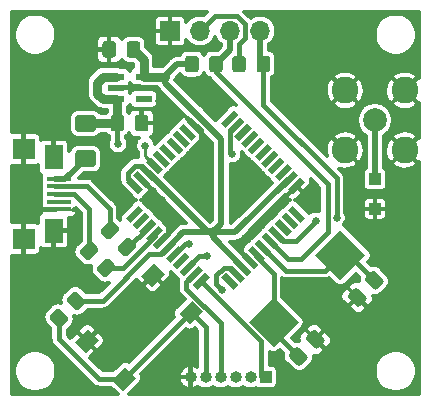
<source format=gbr>
%TF.GenerationSoftware,KiCad,Pcbnew,(5.1.9)-1*%
%TF.CreationDate,2021-02-07T19:09:25-06:00*%
%TF.ProjectId,nrg-control-box,6e72672d-636f-46e7-9472-6f6c2d626f78,B*%
%TF.SameCoordinates,Original*%
%TF.FileFunction,Copper,L1,Top*%
%TF.FilePolarity,Positive*%
%FSLAX46Y46*%
G04 Gerber Fmt 4.6, Leading zero omitted, Abs format (unit mm)*
G04 Created by KiCad (PCBNEW (5.1.9)-1) date 2021-02-07 19:09:25*
%MOMM*%
%LPD*%
G01*
G04 APERTURE LIST*
%TA.AperFunction,ComponentPad*%
%ADD10C,2.000000*%
%TD*%
%TA.AperFunction,ComponentPad*%
%ADD11C,2.250000*%
%TD*%
%TA.AperFunction,ComponentPad*%
%ADD12R,1.000000X1.000000*%
%TD*%
%TA.AperFunction,ComponentPad*%
%ADD13O,1.000000X1.000000*%
%TD*%
%TA.AperFunction,SMDPad,CuDef*%
%ADD14R,2.000000X0.400000*%
%TD*%
%TA.AperFunction,SMDPad,CuDef*%
%ADD15R,1.600000X2.100000*%
%TD*%
%TA.AperFunction,SMDPad,CuDef*%
%ADD16R,1.900000X1.800000*%
%TD*%
%TA.AperFunction,SMDPad,CuDef*%
%ADD17C,0.100000*%
%TD*%
%TA.AperFunction,SMDPad,CuDef*%
%ADD18R,1.370000X0.590000*%
%TD*%
%TA.AperFunction,ComponentPad*%
%ADD19R,1.700000X1.700000*%
%TD*%
%TA.AperFunction,ComponentPad*%
%ADD20O,1.700000X1.700000*%
%TD*%
%TA.AperFunction,SMDPad,CuDef*%
%ADD21R,1.000000X1.000000*%
%TD*%
%TA.AperFunction,ViaPad*%
%ADD22C,0.650000*%
%TD*%
%TA.AperFunction,ViaPad*%
%ADD23C,0.850000*%
%TD*%
%TA.AperFunction,Conductor*%
%ADD24C,0.400000*%
%TD*%
%TA.AperFunction,Conductor*%
%ADD25C,0.750000*%
%TD*%
%TA.AperFunction,Conductor*%
%ADD26C,0.500000*%
%TD*%
%TA.AperFunction,Conductor*%
%ADD27C,0.250000*%
%TD*%
%TA.AperFunction,Conductor*%
%ADD28C,0.350000*%
%TD*%
%TA.AperFunction,Conductor*%
%ADD29C,0.100000*%
%TD*%
G04 APERTURE END LIST*
%TO.P,C5,1*%
%TO.N,VBUS*%
%TA.AperFunction,SMDPad,CuDef*%
G36*
G01*
X133875000Y-101950001D02*
X133875000Y-101049999D01*
G75*
G02*
X134124999Y-100800000I249999J0D01*
G01*
X134775001Y-100800000D01*
G75*
G02*
X135025000Y-101049999I0J-249999D01*
G01*
X135025000Y-101950001D01*
G75*
G02*
X134775001Y-102200000I-249999J0D01*
G01*
X134124999Y-102200000D01*
G75*
G02*
X133875000Y-101950001I0J249999D01*
G01*
G37*
%TD.AperFunction*%
%TO.P,C5,2*%
%TO.N,GND*%
%TA.AperFunction,SMDPad,CuDef*%
G36*
G01*
X135925000Y-101950001D02*
X135925000Y-101049999D01*
G75*
G02*
X136174999Y-100800000I249999J0D01*
G01*
X136825001Y-100800000D01*
G75*
G02*
X137075000Y-101049999I0J-249999D01*
G01*
X137075000Y-101950001D01*
G75*
G02*
X136825001Y-102200000I-249999J0D01*
G01*
X136174999Y-102200000D01*
G75*
G02*
X135925000Y-101950001I0J249999D01*
G01*
G37*
%TD.AperFunction*%
%TD*%
%TO.P,C6,1*%
%TO.N,GND*%
%TA.AperFunction,SMDPad,CuDef*%
G36*
G01*
X154661612Y-116974785D02*
X154025215Y-116338388D01*
G75*
G02*
X154025215Y-115984836I176776J176776D01*
G01*
X154484836Y-115525215D01*
G75*
G02*
X154838388Y-115525215I176776J-176776D01*
G01*
X155474785Y-116161612D01*
G75*
G02*
X155474785Y-116515164I-176776J-176776D01*
G01*
X155015164Y-116974785D01*
G75*
G02*
X154661612Y-116974785I-176776J176776D01*
G01*
G37*
%TD.AperFunction*%
%TO.P,C6,2*%
%TO.N,Net-(C6-Pad2)*%
%TA.AperFunction,SMDPad,CuDef*%
G36*
G01*
X156111180Y-115525217D02*
X155474783Y-114888820D01*
G75*
G02*
X155474783Y-114535268I176776J176776D01*
G01*
X155934404Y-114075647D01*
G75*
G02*
X156287956Y-114075647I176776J-176776D01*
G01*
X156924353Y-114712044D01*
G75*
G02*
X156924353Y-115065596I-176776J-176776D01*
G01*
X156464732Y-115525217D01*
G75*
G02*
X156111180Y-115525217I-176776J176776D01*
G01*
G37*
%TD.AperFunction*%
%TD*%
%TO.P,C7,2*%
%TO.N,GND*%
%TA.AperFunction,SMDPad,CuDef*%
G36*
G01*
X151111180Y-120525217D02*
X150474783Y-119888820D01*
G75*
G02*
X150474783Y-119535268I176776J176776D01*
G01*
X150934404Y-119075647D01*
G75*
G02*
X151287956Y-119075647I176776J-176776D01*
G01*
X151924353Y-119712044D01*
G75*
G02*
X151924353Y-120065596I-176776J-176776D01*
G01*
X151464732Y-120525217D01*
G75*
G02*
X151111180Y-120525217I-176776J176776D01*
G01*
G37*
%TD.AperFunction*%
%TO.P,C7,1*%
%TO.N,Net-(C7-Pad1)*%
%TA.AperFunction,SMDPad,CuDef*%
G36*
G01*
X149661612Y-121974785D02*
X149025215Y-121338388D01*
G75*
G02*
X149025215Y-120984836I176776J176776D01*
G01*
X149484836Y-120525215D01*
G75*
G02*
X149838388Y-120525215I176776J-176776D01*
G01*
X150474785Y-121161612D01*
G75*
G02*
X150474785Y-121515164I-176776J-176776D01*
G01*
X150015164Y-121974785D01*
G75*
G02*
X149661612Y-121974785I-176776J176776D01*
G01*
G37*
%TD.AperFunction*%
%TD*%
%TO.P,C8,2*%
%TO.N,GND*%
%TA.AperFunction,SMDPad,CuDef*%
G36*
G01*
X134325000Y-94799999D02*
X134325000Y-95700001D01*
G75*
G02*
X134075001Y-95950000I-249999J0D01*
G01*
X133424999Y-95950000D01*
G75*
G02*
X133175000Y-95700001I0J249999D01*
G01*
X133175000Y-94799999D01*
G75*
G02*
X133424999Y-94550000I249999J0D01*
G01*
X134075001Y-94550000D01*
G75*
G02*
X134325000Y-94799999I0J-249999D01*
G01*
G37*
%TD.AperFunction*%
%TO.P,C8,1*%
%TO.N,+3V3*%
%TA.AperFunction,SMDPad,CuDef*%
G36*
G01*
X136375000Y-94799999D02*
X136375000Y-95700001D01*
G75*
G02*
X136125001Y-95950000I-249999J0D01*
G01*
X135474999Y-95950000D01*
G75*
G02*
X135225000Y-95700001I0J249999D01*
G01*
X135225000Y-94799999D01*
G75*
G02*
X135474999Y-94550000I249999J0D01*
G01*
X136125001Y-94550000D01*
G75*
G02*
X136375000Y-94799999I0J-249999D01*
G01*
G37*
%TD.AperFunction*%
%TD*%
%TO.P,F1,1*%
%TO.N,VBUS*%
%TA.AperFunction,SMDPad,CuDef*%
G36*
G01*
X131125000Y-100812500D02*
X132375000Y-100812500D01*
G75*
G02*
X132625000Y-101062500I0J-250000D01*
G01*
X132625000Y-101987500D01*
G75*
G02*
X132375000Y-102237500I-250000J0D01*
G01*
X131125000Y-102237500D01*
G75*
G02*
X130875000Y-101987500I0J250000D01*
G01*
X130875000Y-101062500D01*
G75*
G02*
X131125000Y-100812500I250000J0D01*
G01*
G37*
%TD.AperFunction*%
%TO.P,F1,2*%
%TO.N,Net-(F1-Pad2)*%
%TA.AperFunction,SMDPad,CuDef*%
G36*
G01*
X131125000Y-103787500D02*
X132375000Y-103787500D01*
G75*
G02*
X132625000Y-104037500I0J-250000D01*
G01*
X132625000Y-104962500D01*
G75*
G02*
X132375000Y-105212500I-250000J0D01*
G01*
X131125000Y-105212500D01*
G75*
G02*
X130875000Y-104962500I0J250000D01*
G01*
X130875000Y-104037500D01*
G75*
G02*
X131125000Y-103787500I250000J0D01*
G01*
G37*
%TD.AperFunction*%
%TD*%
D10*
%TO.P,J2,1*%
%TO.N,Net-(D1-Pad1)*%
X156250000Y-101250000D03*
D11*
%TO.P,J2,2*%
%TO.N,GND*%
X158775000Y-98725000D03*
X153725000Y-98725000D03*
X153725000Y-103775000D03*
X158775000Y-103775000D03*
%TD*%
D12*
%TO.P,J3,1*%
%TO.N,ISP_MISO*%
X147000000Y-123000000D03*
D13*
%TO.P,J3,2*%
%TO.N,+3V3*%
X145730000Y-123000000D03*
%TO.P,J3,3*%
%TO.N,ISP_SCK*%
X144460000Y-123000000D03*
%TO.P,J3,4*%
%TO.N,ISP_MOSI*%
X143190000Y-123000000D03*
%TO.P,J3,5*%
%TO.N,ISP_RST*%
X141920000Y-123000000D03*
%TO.P,J3,6*%
%TO.N,GND*%
X140650000Y-123000000D03*
%TD*%
D14*
%TO.P,J4,3*%
%TO.N,Net-(J4-Pad3)*%
X129500000Y-107500000D03*
%TO.P,J4,4*%
%TO.N,Net-(J4-Pad4)*%
X129500000Y-108150000D03*
%TO.P,J4,5*%
%TO.N,GND*%
X129500000Y-108800000D03*
%TO.P,J4,1*%
%TO.N,Net-(F1-Pad2)*%
X129500000Y-106200000D03*
%TO.P,J4,2*%
%TO.N,Net-(J4-Pad2)*%
X129500000Y-106850000D03*
D15*
%TO.P,J4,6*%
%TO.N,GND*%
X129050000Y-110600000D03*
X129050000Y-104400000D03*
D16*
X126500000Y-103700000D03*
X126500000Y-111300000D03*
%TD*%
%TO.P,R1,2*%
%TO.N,+3V3*%
%TA.AperFunction,SMDPad,CuDef*%
G36*
G01*
X145325000Y-96049999D02*
X145325000Y-96950001D01*
G75*
G02*
X145075001Y-97200000I-249999J0D01*
G01*
X144424999Y-97200000D01*
G75*
G02*
X144175000Y-96950001I0J249999D01*
G01*
X144175000Y-96049999D01*
G75*
G02*
X144424999Y-95800000I249999J0D01*
G01*
X145075001Y-95800000D01*
G75*
G02*
X145325000Y-96049999I0J-249999D01*
G01*
G37*
%TD.AperFunction*%
%TO.P,R1,1*%
%TO.N,MCU_SDA*%
%TA.AperFunction,SMDPad,CuDef*%
G36*
G01*
X147375000Y-96049999D02*
X147375000Y-96950001D01*
G75*
G02*
X147125001Y-97200000I-249999J0D01*
G01*
X146474999Y-97200000D01*
G75*
G02*
X146225000Y-96950001I0J249999D01*
G01*
X146225000Y-96049999D01*
G75*
G02*
X146474999Y-95800000I249999J0D01*
G01*
X147125001Y-95800000D01*
G75*
G02*
X147375000Y-96049999I0J-249999D01*
G01*
G37*
%TD.AperFunction*%
%TD*%
%TO.P,R2,2*%
%TO.N,MCU_SCL*%
%TA.AperFunction,SMDPad,CuDef*%
G36*
G01*
X142225000Y-96950001D02*
X142225000Y-96049999D01*
G75*
G02*
X142474999Y-95800000I249999J0D01*
G01*
X143125001Y-95800000D01*
G75*
G02*
X143375000Y-96049999I0J-249999D01*
G01*
X143375000Y-96950001D01*
G75*
G02*
X143125001Y-97200000I-249999J0D01*
G01*
X142474999Y-97200000D01*
G75*
G02*
X142225000Y-96950001I0J249999D01*
G01*
G37*
%TD.AperFunction*%
%TO.P,R2,1*%
%TO.N,+3V3*%
%TA.AperFunction,SMDPad,CuDef*%
G36*
G01*
X140175000Y-96950001D02*
X140175000Y-96049999D01*
G75*
G02*
X140424999Y-95800000I249999J0D01*
G01*
X141075001Y-95800000D01*
G75*
G02*
X141325000Y-96049999I0J-249999D01*
G01*
X141325000Y-96950001D01*
G75*
G02*
X141075001Y-97200000I-249999J0D01*
G01*
X140424999Y-97200000D01*
G75*
G02*
X140175000Y-96950001I0J249999D01*
G01*
G37*
%TD.AperFunction*%
%TD*%
%TO.P,R6,2*%
%TO.N,+3V3*%
%TA.AperFunction,SMDPad,CuDef*%
G36*
G01*
X130861180Y-117275217D02*
X130224783Y-116638820D01*
G75*
G02*
X130224783Y-116285268I176776J176776D01*
G01*
X130684404Y-115825647D01*
G75*
G02*
X131037956Y-115825647I176776J-176776D01*
G01*
X131674353Y-116462044D01*
G75*
G02*
X131674353Y-116815596I-176776J-176776D01*
G01*
X131214732Y-117275217D01*
G75*
G02*
X130861180Y-117275217I-176776J176776D01*
G01*
G37*
%TD.AperFunction*%
%TO.P,R6,1*%
%TO.N,ISP_RST*%
%TA.AperFunction,SMDPad,CuDef*%
G36*
G01*
X129411612Y-118724785D02*
X128775215Y-118088388D01*
G75*
G02*
X128775215Y-117734836I176776J176776D01*
G01*
X129234836Y-117275215D01*
G75*
G02*
X129588388Y-117275215I176776J-176776D01*
G01*
X130224785Y-117911612D01*
G75*
G02*
X130224785Y-118265164I-176776J-176776D01*
G01*
X129765164Y-118724785D01*
G75*
G02*
X129411612Y-118724785I-176776J176776D01*
G01*
G37*
%TD.AperFunction*%
%TD*%
%TO.P,R7,1*%
%TO.N,Net-(R7-Pad1)*%
%TA.AperFunction,SMDPad,CuDef*%
G36*
G01*
X134224785Y-113838388D02*
X133588388Y-114474785D01*
G75*
G02*
X133234836Y-114474785I-176776J176776D01*
G01*
X132775215Y-114015164D01*
G75*
G02*
X132775215Y-113661612I176776J176776D01*
G01*
X133411612Y-113025215D01*
G75*
G02*
X133765164Y-113025215I176776J-176776D01*
G01*
X134224785Y-113484836D01*
G75*
G02*
X134224785Y-113838388I-176776J-176776D01*
G01*
G37*
%TD.AperFunction*%
%TO.P,R7,2*%
%TO.N,Net-(J4-Pad3)*%
%TA.AperFunction,SMDPad,CuDef*%
G36*
G01*
X132775217Y-112388820D02*
X132138820Y-113025217D01*
G75*
G02*
X131785268Y-113025217I-176776J176776D01*
G01*
X131325647Y-112565596D01*
G75*
G02*
X131325647Y-112212044I176776J176776D01*
G01*
X131962044Y-111575647D01*
G75*
G02*
X132315596Y-111575647I176776J-176776D01*
G01*
X132775217Y-112035268D01*
G75*
G02*
X132775217Y-112388820I-176776J-176776D01*
G01*
G37*
%TD.AperFunction*%
%TD*%
%TO.P,R8,1*%
%TO.N,Net-(J4-Pad2)*%
%TA.AperFunction,SMDPad,CuDef*%
G36*
G01*
X133075647Y-110462044D02*
X133712044Y-109825647D01*
G75*
G02*
X134065596Y-109825647I176776J-176776D01*
G01*
X134525217Y-110285268D01*
G75*
G02*
X134525217Y-110638820I-176776J-176776D01*
G01*
X133888820Y-111275217D01*
G75*
G02*
X133535268Y-111275217I-176776J176776D01*
G01*
X133075647Y-110815596D01*
G75*
G02*
X133075647Y-110462044I176776J176776D01*
G01*
G37*
%TD.AperFunction*%
%TO.P,R8,2*%
%TO.N,Net-(R8-Pad2)*%
%TA.AperFunction,SMDPad,CuDef*%
G36*
G01*
X134525215Y-111911612D02*
X135161612Y-111275215D01*
G75*
G02*
X135515164Y-111275215I176776J-176776D01*
G01*
X135974785Y-111734836D01*
G75*
G02*
X135974785Y-112088388I-176776J-176776D01*
G01*
X135338388Y-112724785D01*
G75*
G02*
X134984836Y-112724785I-176776J176776D01*
G01*
X134525215Y-112265164D01*
G75*
G02*
X134525215Y-111911612I176776J176776D01*
G01*
G37*
%TD.AperFunction*%
%TD*%
%TA.AperFunction,SMDPad,CuDef*%
D17*
%TO.P,SW1,2*%
%TO.N,GND*%
G36*
X137561683Y-113337098D02*
G01*
X138480922Y-114256337D01*
X137384907Y-115352352D01*
X136465668Y-114433113D01*
X137561683Y-113337098D01*
G37*
%TD.AperFunction*%
%TA.AperFunction,SMDPad,CuDef*%
%TO.P,SW1,1*%
%TO.N,ISP_RST*%
G36*
X140743663Y-116519078D02*
G01*
X141662902Y-117438317D01*
X140566887Y-118534332D01*
X139647648Y-117615093D01*
X140743663Y-116519078D01*
G37*
%TD.AperFunction*%
%TA.AperFunction,SMDPad,CuDef*%
G36*
X135115093Y-122147648D02*
G01*
X136034332Y-123066887D01*
X134938317Y-124162902D01*
X134019078Y-123243663D01*
X135115093Y-122147648D01*
G37*
%TD.AperFunction*%
%TA.AperFunction,SMDPad,CuDef*%
%TO.P,SW1,2*%
%TO.N,GND*%
G36*
X131933113Y-118965668D02*
G01*
X132852352Y-119884907D01*
X131756337Y-120980922D01*
X130837098Y-120061683D01*
X131933113Y-118965668D01*
G37*
%TD.AperFunction*%
%TD*%
%TA.AperFunction,SMDPad,CuDef*%
%TO.P,U3,1*%
%TO.N,Net-(U3-Pad1)*%
G36*
X135555188Y-109926866D02*
G01*
X135166280Y-109537958D01*
X136226940Y-108477298D01*
X136615848Y-108866206D01*
X135555188Y-109926866D01*
G37*
%TD.AperFunction*%
%TA.AperFunction,SMDPad,CuDef*%
%TO.P,U3,2*%
%TO.N,Net-(U3-Pad2)*%
G36*
X136120874Y-110492551D02*
G01*
X135731966Y-110103643D01*
X136792626Y-109042983D01*
X137181534Y-109431891D01*
X136120874Y-110492551D01*
G37*
%TD.AperFunction*%
%TA.AperFunction,SMDPad,CuDef*%
%TO.P,U3,3*%
%TO.N,Net-(R8-Pad2)*%
G36*
X136686559Y-111058236D02*
G01*
X136297651Y-110669328D01*
X137358311Y-109608668D01*
X137747219Y-109997576D01*
X136686559Y-111058236D01*
G37*
%TD.AperFunction*%
%TA.AperFunction,SMDPad,CuDef*%
%TO.P,U3,4*%
%TO.N,Net-(R7-Pad1)*%
G36*
X137252244Y-111623922D02*
G01*
X136863336Y-111235014D01*
X137923996Y-110174354D01*
X138312904Y-110563262D01*
X137252244Y-111623922D01*
G37*
%TD.AperFunction*%
%TA.AperFunction,SMDPad,CuDef*%
%TO.P,U3,5*%
%TO.N,GND*%
G36*
X137817930Y-112189607D02*
G01*
X137429022Y-111800699D01*
X138489682Y-110740039D01*
X138878590Y-111128947D01*
X137817930Y-112189607D01*
G37*
%TD.AperFunction*%
%TA.AperFunction,SMDPad,CuDef*%
%TO.P,U3,6*%
%TO.N,+3V3*%
G36*
X138383615Y-112755293D02*
G01*
X137994707Y-112366385D01*
X139055367Y-111305725D01*
X139444275Y-111694633D01*
X138383615Y-112755293D01*
G37*
%TD.AperFunction*%
%TA.AperFunction,SMDPad,CuDef*%
%TO.P,U3,7*%
%TO.N,VBUS*%
G36*
X138949301Y-113320978D02*
G01*
X138560393Y-112932070D01*
X139621053Y-111871410D01*
X140009961Y-112260318D01*
X138949301Y-113320978D01*
G37*
%TD.AperFunction*%
%TA.AperFunction,SMDPad,CuDef*%
%TO.P,U3,8*%
%TO.N,Net-(U3-Pad8)*%
G36*
X139514986Y-113886664D02*
G01*
X139126078Y-113497756D01*
X140186738Y-112437096D01*
X140575646Y-112826004D01*
X139514986Y-113886664D01*
G37*
%TD.AperFunction*%
%TA.AperFunction,SMDPad,CuDef*%
%TO.P,U3,9*%
%TO.N,ISP_SCK*%
G36*
X140080672Y-114452349D02*
G01*
X139691764Y-114063441D01*
X140752424Y-113002781D01*
X141141332Y-113391689D01*
X140080672Y-114452349D01*
G37*
%TD.AperFunction*%
%TA.AperFunction,SMDPad,CuDef*%
%TO.P,U3,10*%
%TO.N,ISP_MOSI*%
G36*
X140646357Y-115018034D02*
G01*
X140257449Y-114629126D01*
X141318109Y-113568466D01*
X141707017Y-113957374D01*
X140646357Y-115018034D01*
G37*
%TD.AperFunction*%
%TA.AperFunction,SMDPad,CuDef*%
%TO.P,U3,11*%
%TO.N,ISP_MISO*%
G36*
X141212042Y-115583720D02*
G01*
X140823134Y-115194812D01*
X141883794Y-114134152D01*
X142272702Y-114523060D01*
X141212042Y-115583720D01*
G37*
%TD.AperFunction*%
%TA.AperFunction,SMDPad,CuDef*%
%TO.P,U3,12*%
%TO.N,Net-(U3-Pad12)*%
G36*
X144676866Y-115194812D02*
G01*
X144287958Y-115583720D01*
X143227298Y-114523060D01*
X143616206Y-114134152D01*
X144676866Y-115194812D01*
G37*
%TD.AperFunction*%
%TA.AperFunction,SMDPad,CuDef*%
%TO.P,U3,13*%
%TO.N,ISP_RST*%
G36*
X145242551Y-114629126D02*
G01*
X144853643Y-115018034D01*
X143792983Y-113957374D01*
X144181891Y-113568466D01*
X145242551Y-114629126D01*
G37*
%TD.AperFunction*%
%TA.AperFunction,SMDPad,CuDef*%
%TO.P,U3,14*%
%TO.N,+3V3*%
G36*
X145808236Y-114063441D02*
G01*
X145419328Y-114452349D01*
X144358668Y-113391689D01*
X144747576Y-113002781D01*
X145808236Y-114063441D01*
G37*
%TD.AperFunction*%
%TA.AperFunction,SMDPad,CuDef*%
%TO.P,U3,15*%
%TO.N,GND*%
G36*
X146373922Y-113497756D02*
G01*
X145985014Y-113886664D01*
X144924354Y-112826004D01*
X145313262Y-112437096D01*
X146373922Y-113497756D01*
G37*
%TD.AperFunction*%
%TA.AperFunction,SMDPad,CuDef*%
%TO.P,U3,16*%
%TO.N,Net-(C7-Pad1)*%
G36*
X146939607Y-112932070D02*
G01*
X146550699Y-113320978D01*
X145490039Y-112260318D01*
X145878947Y-111871410D01*
X146939607Y-112932070D01*
G37*
%TD.AperFunction*%
%TA.AperFunction,SMDPad,CuDef*%
%TO.P,U3,17*%
%TO.N,Net-(C6-Pad2)*%
G36*
X147505293Y-112366385D02*
G01*
X147116385Y-112755293D01*
X146055725Y-111694633D01*
X146444633Y-111305725D01*
X147505293Y-112366385D01*
G37*
%TD.AperFunction*%
%TA.AperFunction,SMDPad,CuDef*%
%TO.P,U3,18*%
%TO.N,MCU_SCL*%
G36*
X148070978Y-111800699D02*
G01*
X147682070Y-112189607D01*
X146621410Y-111128947D01*
X147010318Y-110740039D01*
X148070978Y-111800699D01*
G37*
%TD.AperFunction*%
%TA.AperFunction,SMDPad,CuDef*%
%TO.P,U3,19*%
%TO.N,MCU_SDA*%
G36*
X148636664Y-111235014D02*
G01*
X148247756Y-111623922D01*
X147187096Y-110563262D01*
X147576004Y-110174354D01*
X148636664Y-111235014D01*
G37*
%TD.AperFunction*%
%TA.AperFunction,SMDPad,CuDef*%
%TO.P,U3,20*%
%TO.N,Net-(U3-Pad20)*%
G36*
X149202349Y-110669328D02*
G01*
X148813441Y-111058236D01*
X147752781Y-109997576D01*
X148141689Y-109608668D01*
X149202349Y-110669328D01*
G37*
%TD.AperFunction*%
%TA.AperFunction,SMDPad,CuDef*%
%TO.P,U3,21*%
%TO.N,Net-(U3-Pad21)*%
G36*
X149768034Y-110103643D02*
G01*
X149379126Y-110492551D01*
X148318466Y-109431891D01*
X148707374Y-109042983D01*
X149768034Y-110103643D01*
G37*
%TD.AperFunction*%
%TA.AperFunction,SMDPad,CuDef*%
%TO.P,U3,22*%
%TO.N,Net-(U3-Pad22)*%
G36*
X150333720Y-109537958D02*
G01*
X149944812Y-109926866D01*
X148884152Y-108866206D01*
X149273060Y-108477298D01*
X150333720Y-109537958D01*
G37*
%TD.AperFunction*%
%TA.AperFunction,SMDPad,CuDef*%
%TO.P,U3,23*%
%TO.N,GND*%
G36*
X149273060Y-107522702D02*
G01*
X148884152Y-107133794D01*
X149944812Y-106073134D01*
X150333720Y-106462042D01*
X149273060Y-107522702D01*
G37*
%TD.AperFunction*%
%TA.AperFunction,SMDPad,CuDef*%
%TO.P,U3,24*%
%TO.N,+3V3*%
G36*
X148707374Y-106957017D02*
G01*
X148318466Y-106568109D01*
X149379126Y-105507449D01*
X149768034Y-105896357D01*
X148707374Y-106957017D01*
G37*
%TD.AperFunction*%
%TA.AperFunction,SMDPad,CuDef*%
%TO.P,U3,25*%
%TO.N,Net-(U3-Pad25)*%
G36*
X148141689Y-106391332D02*
G01*
X147752781Y-106002424D01*
X148813441Y-104941764D01*
X149202349Y-105330672D01*
X148141689Y-106391332D01*
G37*
%TD.AperFunction*%
%TA.AperFunction,SMDPad,CuDef*%
%TO.P,U3,26*%
%TO.N,Net-(U3-Pad26)*%
G36*
X147576004Y-105825646D02*
G01*
X147187096Y-105436738D01*
X148247756Y-104376078D01*
X148636664Y-104764986D01*
X147576004Y-105825646D01*
G37*
%TD.AperFunction*%
%TA.AperFunction,SMDPad,CuDef*%
%TO.P,U3,27*%
%TO.N,Net-(U3-Pad27)*%
G36*
X147010318Y-105259961D02*
G01*
X146621410Y-104871053D01*
X147682070Y-103810393D01*
X148070978Y-104199301D01*
X147010318Y-105259961D01*
G37*
%TD.AperFunction*%
%TA.AperFunction,SMDPad,CuDef*%
%TO.P,U3,28*%
%TO.N,Net-(U3-Pad28)*%
G36*
X146444633Y-104694275D02*
G01*
X146055725Y-104305367D01*
X147116385Y-103244707D01*
X147505293Y-103633615D01*
X146444633Y-104694275D01*
G37*
%TD.AperFunction*%
%TA.AperFunction,SMDPad,CuDef*%
%TO.P,U3,29*%
%TO.N,Net-(U3-Pad29)*%
G36*
X145878947Y-104128590D02*
G01*
X145490039Y-103739682D01*
X146550699Y-102679022D01*
X146939607Y-103067930D01*
X145878947Y-104128590D01*
G37*
%TD.AperFunction*%
%TA.AperFunction,SMDPad,CuDef*%
%TO.P,U3,30*%
%TO.N,Net-(U3-Pad30)*%
G36*
X145313262Y-103562904D02*
G01*
X144924354Y-103173996D01*
X145985014Y-102113336D01*
X146373922Y-102502244D01*
X145313262Y-103562904D01*
G37*
%TD.AperFunction*%
%TA.AperFunction,SMDPad,CuDef*%
%TO.P,U3,31*%
%TO.N,Net-(U3-Pad31)*%
G36*
X144747576Y-102997219D02*
G01*
X144358668Y-102608311D01*
X145419328Y-101547651D01*
X145808236Y-101936559D01*
X144747576Y-102997219D01*
G37*
%TD.AperFunction*%
%TA.AperFunction,SMDPad,CuDef*%
%TO.P,U3,32*%
%TO.N,Net-(R5-Pad1)*%
G36*
X144181891Y-102431534D02*
G01*
X143792983Y-102042626D01*
X144853643Y-100981966D01*
X145242551Y-101370874D01*
X144181891Y-102431534D01*
G37*
%TD.AperFunction*%
%TA.AperFunction,SMDPad,CuDef*%
%TO.P,U3,33*%
%TO.N,Net-(U3-Pad33)*%
G36*
X143616206Y-101865848D02*
G01*
X143227298Y-101476940D01*
X144287958Y-100416280D01*
X144676866Y-100805188D01*
X143616206Y-101865848D01*
G37*
%TD.AperFunction*%
%TA.AperFunction,SMDPad,CuDef*%
%TO.P,U3,34*%
%TO.N,+3V3*%
G36*
X142272702Y-101476940D02*
G01*
X141883794Y-101865848D01*
X140823134Y-100805188D01*
X141212042Y-100416280D01*
X142272702Y-101476940D01*
G37*
%TD.AperFunction*%
%TA.AperFunction,SMDPad,CuDef*%
%TO.P,U3,35*%
%TO.N,GND*%
G36*
X141707017Y-102042626D02*
G01*
X141318109Y-102431534D01*
X140257449Y-101370874D01*
X140646357Y-100981966D01*
X141707017Y-102042626D01*
G37*
%TD.AperFunction*%
%TA.AperFunction,SMDPad,CuDef*%
%TO.P,U3,36*%
%TO.N,Net-(U3-Pad36)*%
G36*
X141141332Y-102608311D02*
G01*
X140752424Y-102997219D01*
X139691764Y-101936559D01*
X140080672Y-101547651D01*
X141141332Y-102608311D01*
G37*
%TD.AperFunction*%
%TA.AperFunction,SMDPad,CuDef*%
%TO.P,U3,37*%
%TO.N,Net-(U3-Pad37)*%
G36*
X140575646Y-103173996D02*
G01*
X140186738Y-103562904D01*
X139126078Y-102502244D01*
X139514986Y-102113336D01*
X140575646Y-103173996D01*
G37*
%TD.AperFunction*%
%TA.AperFunction,SMDPad,CuDef*%
%TO.P,U3,38*%
%TO.N,Net-(U3-Pad38)*%
G36*
X140009961Y-103739682D02*
G01*
X139621053Y-104128590D01*
X138560393Y-103067930D01*
X138949301Y-102679022D01*
X140009961Y-103739682D01*
G37*
%TD.AperFunction*%
%TA.AperFunction,SMDPad,CuDef*%
%TO.P,U3,39*%
%TO.N,Net-(U3-Pad39)*%
G36*
X139444275Y-104305367D02*
G01*
X139055367Y-104694275D01*
X137994707Y-103633615D01*
X138383615Y-103244707D01*
X139444275Y-104305367D01*
G37*
%TD.AperFunction*%
%TA.AperFunction,SMDPad,CuDef*%
%TO.P,U3,40*%
%TO.N,Net-(U3-Pad40)*%
G36*
X138878590Y-104871053D02*
G01*
X138489682Y-105259961D01*
X137429022Y-104199301D01*
X137817930Y-103810393D01*
X138878590Y-104871053D01*
G37*
%TD.AperFunction*%
%TA.AperFunction,SMDPad,CuDef*%
%TO.P,U3,41*%
%TO.N,Net-(R5-Pad1)*%
G36*
X138312904Y-105436738D02*
G01*
X137923996Y-105825646D01*
X136863336Y-104764986D01*
X137252244Y-104376078D01*
X138312904Y-105436738D01*
G37*
%TD.AperFunction*%
%TA.AperFunction,SMDPad,CuDef*%
%TO.P,U3,42*%
%TO.N,+3V3*%
G36*
X137747219Y-106002424D02*
G01*
X137358311Y-106391332D01*
X136297651Y-105330672D01*
X136686559Y-104941764D01*
X137747219Y-106002424D01*
G37*
%TD.AperFunction*%
%TA.AperFunction,SMDPad,CuDef*%
%TO.P,U3,43*%
%TO.N,GND*%
G36*
X137181534Y-106568109D02*
G01*
X136792626Y-106957017D01*
X135731966Y-105896357D01*
X136120874Y-105507449D01*
X137181534Y-106568109D01*
G37*
%TD.AperFunction*%
%TA.AperFunction,SMDPad,CuDef*%
%TO.P,U3,44*%
%TO.N,+3V3*%
G36*
X136615848Y-107133794D02*
G01*
X136226940Y-107522702D01*
X135166280Y-106462042D01*
X135555188Y-106073134D01*
X136615848Y-107133794D01*
G37*
%TD.AperFunction*%
%TD*%
D18*
%TO.P,U4,1*%
%TO.N,VBUS*%
X134325000Y-97550000D03*
%TO.P,U4,2*%
%TO.N,GND*%
X134325000Y-98500000D03*
%TO.P,U4,3*%
%TO.N,VBUS*%
X134325000Y-99450000D03*
%TO.P,U4,4*%
%TO.N,N/C*%
X136675000Y-99450000D03*
%TO.P,U4,5*%
%TO.N,+3V3*%
X136675000Y-97550000D03*
%TD*%
%TA.AperFunction,SMDPad,CuDef*%
D17*
%TO.P,Y1,1*%
%TO.N,Net-(C6-Pad2)*%
G36*
X153328427Y-110550253D02*
G01*
X155449747Y-112671573D01*
X153328427Y-114792893D01*
X151207107Y-112671573D01*
X153328427Y-110550253D01*
G37*
%TD.AperFunction*%
%TA.AperFunction,SMDPad,CuDef*%
%TO.P,Y1,2*%
%TO.N,Net-(C7-Pad1)*%
G36*
X147671573Y-116207107D02*
G01*
X149792893Y-118328427D01*
X147671573Y-120449747D01*
X145550253Y-118328427D01*
X147671573Y-116207107D01*
G37*
%TD.AperFunction*%
%TD*%
D19*
%TO.P,J1,1*%
%TO.N,GND*%
X138900000Y-93700000D03*
D20*
%TO.P,J1,2*%
%TO.N,+3V3*%
X141440000Y-93700000D03*
%TO.P,J1,3*%
%TO.N,MCU_SCL*%
X143980000Y-93700000D03*
%TO.P,J1,4*%
%TO.N,MCU_SDA*%
X146520000Y-93700000D03*
%TD*%
D21*
%TO.P,D1,1*%
%TO.N,Net-(D1-Pad1)*%
X156250000Y-106250000D03*
%TO.P,D1,2*%
%TO.N,GND*%
X156250000Y-108750000D03*
%TD*%
D22*
%TO.N,GND*%
X125750000Y-97000000D03*
X125750000Y-98000000D03*
X125750000Y-99000000D03*
X125750000Y-100000000D03*
X125750000Y-101000000D03*
X125750000Y-102000000D03*
X125750000Y-105500000D03*
X125750000Y-106500000D03*
X125750000Y-107500000D03*
X125750000Y-108500000D03*
X125750000Y-109500000D03*
X125750000Y-119500000D03*
X125750000Y-118500000D03*
X125750000Y-117500000D03*
X125750000Y-116500000D03*
X125750000Y-115500000D03*
X125750000Y-114500000D03*
X125750000Y-113500000D03*
X130500000Y-124250000D03*
X131500000Y-124250000D03*
X132500000Y-124250000D03*
X133500000Y-124250000D03*
X136750000Y-124250000D03*
X137750000Y-124250000D03*
X138750000Y-124250000D03*
X155000000Y-124250000D03*
X154000000Y-124250000D03*
X153000000Y-124250000D03*
X152000000Y-124250000D03*
X151000000Y-124250000D03*
X150000000Y-124250000D03*
X149000000Y-124250000D03*
X159750000Y-119500000D03*
X159750000Y-118500000D03*
X159750000Y-117500000D03*
X159750000Y-116500000D03*
X159750000Y-115500000D03*
X159750000Y-114500000D03*
X159750000Y-113500000D03*
X159750000Y-112500000D03*
X159750000Y-111500000D03*
X159750000Y-110500000D03*
X159750000Y-109500000D03*
X159750000Y-108500000D03*
X159750000Y-107500000D03*
X159750000Y-106500000D03*
X159750000Y-105500000D03*
X159750000Y-97000000D03*
X155000000Y-92250000D03*
X154000000Y-92250000D03*
X153000000Y-92250000D03*
X152000000Y-92250000D03*
X130500000Y-92250000D03*
X131500000Y-92250000D03*
X132500000Y-92250000D03*
X133500000Y-92250000D03*
X134500000Y-92250000D03*
X135500000Y-92250000D03*
X136500000Y-92250000D03*
X137500000Y-107250000D03*
X138250000Y-108000000D03*
X137000000Y-108000000D03*
X137750000Y-108750000D03*
X142250000Y-100250000D03*
X140000000Y-105500000D03*
X141000000Y-105500000D03*
X144250000Y-105500000D03*
X145250000Y-105500000D03*
X146250000Y-105500000D03*
X147000000Y-106250000D03*
X145250000Y-111250000D03*
X146000000Y-110500000D03*
X148500000Y-108000000D03*
X147750000Y-108750000D03*
X147000000Y-109500000D03*
X133250000Y-118500000D03*
X134000000Y-117750000D03*
X134750000Y-117000000D03*
X135500000Y-116250000D03*
X136250000Y-115500000D03*
X151250000Y-95500000D03*
X143250000Y-100250000D03*
X138000000Y-101200000D03*
X138600000Y-100400000D03*
X138000000Y-99600000D03*
%TO.N,+3V3*%
X138500000Y-97500000D03*
D23*
X142500000Y-110750000D03*
D22*
%TO.N,VBUS*%
X134500000Y-103250000D03*
X140500000Y-111750000D03*
%TO.N,MCU_SDA*%
X153000000Y-109500000D03*
X151250000Y-109750000D03*
%TO.N,ISP_SCK*%
X142000000Y-112750000D03*
%TO.N,ISP_RST*%
X143340715Y-115659285D03*
%TO.N,Net-(R5-Pad1)*%
X136800000Y-103400000D03*
X144145000Y-104140000D03*
%TD*%
D24*
%TO.N,GND*%
X136482233Y-106232233D02*
X137500000Y-107250000D01*
X136456750Y-106232233D02*
X136482233Y-106232233D01*
X137500000Y-107250000D02*
X138250000Y-108000000D01*
X141541342Y-104958658D02*
X141000000Y-105500000D01*
X141541342Y-102089098D02*
X141541342Y-104958658D01*
X141158994Y-101706750D02*
X141541342Y-102089098D01*
X140982233Y-101706750D02*
X141158994Y-101706750D01*
X144925001Y-112437743D02*
X145649138Y-113161880D01*
X144925001Y-111574999D02*
X144925001Y-112437743D01*
X145250000Y-111250000D02*
X144925001Y-111574999D01*
X138712914Y-109712914D02*
X137750000Y-108750000D01*
X138712914Y-110905715D02*
X138712914Y-109712914D01*
X138153806Y-111464823D02*
X138712914Y-110905715D01*
X126050000Y-108800000D02*
X125750000Y-108500000D01*
X129175000Y-108800000D02*
X126050000Y-108800000D01*
D25*
%TO.N,+3V3*%
X136675000Y-96125000D02*
X135800000Y-95250000D01*
X136675000Y-97550000D02*
X136675000Y-96125000D01*
X136675000Y-97550000D02*
X138450000Y-97550000D01*
X138450000Y-97550000D02*
X138500000Y-97500000D01*
D26*
X138719491Y-112030509D02*
X140000000Y-110750000D01*
X140000000Y-110750000D02*
X142500000Y-110750000D01*
X142500000Y-111144113D02*
X142500000Y-110750000D01*
X145083452Y-113727565D02*
X142500000Y-111144113D01*
X144419433Y-110750000D02*
X142500000Y-110750000D01*
X148937200Y-106232233D02*
X144419433Y-110750000D01*
X149043250Y-106232233D02*
X148937200Y-106232233D01*
X142105887Y-110750000D02*
X142500000Y-110750000D01*
X137022435Y-105666548D02*
X142105887Y-110750000D01*
D24*
X135331956Y-105730667D02*
X135955184Y-105107439D01*
X135955184Y-105107439D02*
X136463326Y-105107439D01*
X135331956Y-106238810D02*
X135331956Y-105730667D01*
X136463326Y-105107439D02*
X137022435Y-105666548D01*
X135891064Y-106797918D02*
X135331956Y-106238810D01*
X130949568Y-116550432D02*
X133199568Y-116550432D01*
X138160383Y-112589617D02*
X138719491Y-112030509D01*
X137160383Y-112589617D02*
X138160383Y-112589617D01*
X133199568Y-116550432D02*
X137160383Y-112589617D01*
D26*
X138500000Y-98093146D02*
X138500000Y-97500000D01*
X141547918Y-101141064D02*
X138500000Y-98093146D01*
X139500000Y-96500000D02*
X138500000Y-97500000D01*
X140750000Y-96500000D02*
X139500000Y-96500000D01*
D24*
X142690001Y-92449999D02*
X141440000Y-93700000D01*
X144580001Y-92449999D02*
X142690001Y-92449999D01*
X145230001Y-93099999D02*
X144580001Y-92449999D01*
X145230001Y-94300001D02*
X145230001Y-93099999D01*
X144750000Y-94780002D02*
X145230001Y-94300001D01*
X144750000Y-96500000D02*
X144750000Y-94780002D01*
D26*
X141547918Y-101141064D02*
X143250000Y-102843146D01*
X143250000Y-110000000D02*
X142500000Y-110750000D01*
X143250000Y-102843146D02*
X143250000Y-110000000D01*
D25*
%TO.N,VBUS*%
X134425000Y-101525000D02*
X134450000Y-101500000D01*
X131750000Y-101525000D02*
X134425000Y-101525000D01*
X134450000Y-99575000D02*
X134325000Y-99450000D01*
X134450000Y-101500000D02*
X134450000Y-99575000D01*
X134325000Y-99450000D02*
X133200000Y-99450000D01*
X133200000Y-99450000D02*
X132750000Y-99000000D01*
X133259998Y-97550000D02*
X134325000Y-97550000D01*
X132750000Y-98059998D02*
X133259998Y-97550000D01*
X132750000Y-99000000D02*
X132750000Y-98059998D01*
D24*
X134450000Y-101500000D02*
X134450000Y-103200000D01*
X134450000Y-103200000D02*
X134500000Y-103250000D01*
X140131371Y-111750000D02*
X139285177Y-112596194D01*
X140500000Y-111750000D02*
X140131371Y-111750000D01*
%TO.N,Net-(C6-Pad2)*%
X154070709Y-112671573D02*
X156199568Y-114800432D01*
X153328427Y-112671573D02*
X154070709Y-112671573D01*
X146780509Y-112030509D02*
X148750000Y-114000000D01*
X152000000Y-114000000D02*
X153328427Y-112671573D01*
X148750000Y-114000000D02*
X152000000Y-114000000D01*
%TO.N,Net-(C7-Pad1)*%
X147671573Y-114229705D02*
X147671573Y-118328427D01*
X146214823Y-112772955D02*
X147671573Y-114229705D01*
X146214823Y-112596194D02*
X146214823Y-112772955D01*
X147671573Y-119171573D02*
X149750000Y-121250000D01*
X147671573Y-118328427D02*
X147671573Y-119171573D01*
D26*
%TO.N,Net-(D1-Pad1)*%
X156250000Y-101250000D02*
X156250000Y-106250000D01*
%TO.N,Net-(F1-Pad2)*%
X130050000Y-106200000D02*
X131750000Y-104500000D01*
X129175000Y-106200000D02*
X130050000Y-106200000D01*
%TO.N,MCU_SCL*%
X143980000Y-95320000D02*
X142800000Y-96500000D01*
X143980000Y-93700000D02*
X143980000Y-95320000D01*
D24*
X142800000Y-97200000D02*
X152250000Y-106650000D01*
X142800000Y-96500000D02*
X142800000Y-97200000D01*
X152250000Y-106650000D02*
X152250000Y-110750000D01*
X152250000Y-110750000D02*
X150000000Y-113000000D01*
X148881371Y-113000000D02*
X147346194Y-111464823D01*
X150000000Y-113000000D02*
X148881371Y-113000000D01*
D26*
%TO.N,MCU_SDA*%
X146520000Y-96220000D02*
X146800000Y-96500000D01*
X146520000Y-93700000D02*
X146520000Y-96220000D01*
D24*
X153000000Y-106151458D02*
X153000000Y-109500000D01*
X146800000Y-96500000D02*
X146800000Y-99951458D01*
X146800000Y-99951458D02*
X153000000Y-106151458D01*
X148470988Y-111458246D02*
X147911880Y-110899138D01*
X149541754Y-111458246D02*
X148470988Y-111458246D01*
X151250000Y-109750000D02*
X149541754Y-111458246D01*
%TO.N,ISP_MISO*%
X141547918Y-114891794D02*
X141547918Y-114858936D01*
X146630001Y-119973877D02*
X141547918Y-114891794D01*
X146630001Y-122880001D02*
X146630001Y-119973877D01*
X146750000Y-123000000D02*
X146630001Y-122880001D01*
X147000000Y-123000000D02*
X146750000Y-123000000D01*
%TO.N,ISP_SCK*%
X141394113Y-112750000D02*
X140416548Y-113727565D01*
X142000000Y-112750000D02*
X141394113Y-112750000D01*
%TO.N,ISP_MOSI*%
X143190000Y-118399714D02*
X140290286Y-115500000D01*
X143190000Y-123000000D02*
X143190000Y-118399714D01*
X140290286Y-114985197D02*
X140982233Y-114293250D01*
X140290286Y-115500000D02*
X140290286Y-114985197D01*
%TO.N,ISP_RST*%
X135026705Y-123155275D02*
X132905275Y-123155275D01*
X129500000Y-119750000D02*
X129500000Y-118000000D01*
X132905275Y-123155275D02*
X129500000Y-119750000D01*
X141920000Y-118791430D02*
X141920000Y-123000000D01*
X140655275Y-117526705D02*
X141920000Y-118791430D01*
X135026705Y-123155275D02*
X140655275Y-117526705D01*
X143958659Y-113734142D02*
X143450516Y-113734142D01*
X143450516Y-113734142D02*
X142827288Y-114357370D01*
X144517767Y-114293250D02*
X143958659Y-113734142D01*
X142827288Y-114357370D02*
X142827288Y-115145858D01*
X142827288Y-115145858D02*
X143340715Y-115659285D01*
%TO.N,Net-(J4-Pad3)*%
X132050432Y-108780430D02*
X132050432Y-112300432D01*
X130770002Y-107500000D02*
X132050432Y-108780430D01*
X129175000Y-107500000D02*
X130770002Y-107500000D01*
%TO.N,Net-(J4-Pad2)*%
X129175000Y-106850000D02*
X131850000Y-106850000D01*
X133800432Y-108800432D02*
X133800432Y-110550432D01*
X131850000Y-106850000D02*
X133800432Y-108800432D01*
D27*
%TO.N,Net-(R5-Pad1)*%
X136800000Y-104312742D02*
X137588120Y-105100862D01*
X136800000Y-103400000D02*
X136800000Y-104312742D01*
D24*
X143958658Y-103953658D02*
X144145000Y-104140000D01*
X143958658Y-102265859D02*
X143958658Y-103953658D01*
X144517767Y-101706750D02*
X143958658Y-102265859D01*
%TO.N,Net-(R7-Pad1)*%
X137588120Y-111040754D02*
X137588120Y-110899138D01*
X134878874Y-113750000D02*
X137588120Y-111040754D01*
X133500000Y-113750000D02*
X134878874Y-113750000D01*
%TO.N,Net-(R8-Pad2)*%
X135355887Y-112000000D02*
X137022435Y-110333452D01*
X135250000Y-112000000D02*
X135355887Y-112000000D01*
%TD*%
D28*
%TO.N,GND*%
X141754145Y-92360550D02*
X141575426Y-92325000D01*
X141304574Y-92325000D01*
X141038927Y-92377841D01*
X140788693Y-92481491D01*
X140563489Y-92631968D01*
X140371968Y-92823489D01*
X140277117Y-92965443D01*
X140277540Y-92850000D01*
X140267403Y-92747082D01*
X140237383Y-92648119D01*
X140188633Y-92556914D01*
X140123027Y-92476973D01*
X140043086Y-92411367D01*
X139951881Y-92362617D01*
X139852918Y-92332597D01*
X139750000Y-92322460D01*
X139056250Y-92325000D01*
X138925000Y-92456250D01*
X138925000Y-93675000D01*
X138945000Y-93675000D01*
X138945000Y-93725000D01*
X138925000Y-93725000D01*
X138925000Y-94943750D01*
X139056250Y-95075000D01*
X139750000Y-95077540D01*
X139852918Y-95067403D01*
X139951881Y-95037383D01*
X140043086Y-94988633D01*
X140123027Y-94923027D01*
X140188633Y-94843086D01*
X140237383Y-94751881D01*
X140267403Y-94652918D01*
X140277540Y-94550000D01*
X140277117Y-94434557D01*
X140371968Y-94576511D01*
X140563489Y-94768032D01*
X140788693Y-94918509D01*
X141038927Y-95022159D01*
X141304574Y-95075000D01*
X141575426Y-95075000D01*
X141841073Y-95022159D01*
X142091307Y-94918509D01*
X142316511Y-94768032D01*
X142508032Y-94576511D01*
X142658509Y-94351307D01*
X142710000Y-94226996D01*
X142761491Y-94351307D01*
X142911968Y-94576511D01*
X143103489Y-94768032D01*
X143205001Y-94835860D01*
X143205001Y-94998984D01*
X142931525Y-95272460D01*
X142474999Y-95272460D01*
X142323309Y-95287400D01*
X142177448Y-95331647D01*
X142043021Y-95403499D01*
X141925196Y-95500196D01*
X141828499Y-95618021D01*
X141775000Y-95718112D01*
X141721501Y-95618021D01*
X141624804Y-95500196D01*
X141506979Y-95403499D01*
X141372552Y-95331647D01*
X141226691Y-95287400D01*
X141075001Y-95272460D01*
X140424999Y-95272460D01*
X140273309Y-95287400D01*
X140127448Y-95331647D01*
X139993021Y-95403499D01*
X139875196Y-95500196D01*
X139778499Y-95618021D01*
X139721318Y-95725000D01*
X139538063Y-95725000D01*
X139500000Y-95721251D01*
X139461937Y-95725000D01*
X139461935Y-95725000D01*
X139348074Y-95736214D01*
X139235987Y-95770216D01*
X139201985Y-95780530D01*
X139067349Y-95852494D01*
X139011524Y-95898309D01*
X138949341Y-95949341D01*
X138925076Y-95978908D01*
X138276764Y-96627221D01*
X138201673Y-96650000D01*
X137575000Y-96650000D01*
X137575000Y-96169207D01*
X137579354Y-96125000D01*
X137561977Y-95948569D01*
X137538343Y-95870659D01*
X137510514Y-95778919D01*
X137426943Y-95622568D01*
X137314475Y-95485525D01*
X137280135Y-95457343D01*
X136902540Y-95079748D01*
X136902540Y-94799999D01*
X136887600Y-94648309D01*
X136857778Y-94550000D01*
X137522460Y-94550000D01*
X137532597Y-94652918D01*
X137562617Y-94751881D01*
X137611367Y-94843086D01*
X137676973Y-94923027D01*
X137756914Y-94988633D01*
X137848119Y-95037383D01*
X137947082Y-95067403D01*
X138050000Y-95077540D01*
X138743750Y-95075000D01*
X138875000Y-94943750D01*
X138875000Y-93725000D01*
X137656250Y-93725000D01*
X137525000Y-93856250D01*
X137522460Y-94550000D01*
X136857778Y-94550000D01*
X136843353Y-94502448D01*
X136771501Y-94368021D01*
X136674804Y-94250196D01*
X136556979Y-94153499D01*
X136422552Y-94081647D01*
X136276691Y-94037400D01*
X136125001Y-94022460D01*
X135474999Y-94022460D01*
X135323309Y-94037400D01*
X135177448Y-94081647D01*
X135043021Y-94153499D01*
X134925196Y-94250196D01*
X134828499Y-94368021D01*
X134822069Y-94380050D01*
X134812383Y-94348119D01*
X134763633Y-94256914D01*
X134698027Y-94176973D01*
X134618086Y-94111367D01*
X134526881Y-94062617D01*
X134427918Y-94032597D01*
X134325000Y-94022460D01*
X133906250Y-94025000D01*
X133775000Y-94156250D01*
X133775000Y-95225000D01*
X133795000Y-95225000D01*
X133795000Y-95275000D01*
X133775000Y-95275000D01*
X133775000Y-96343750D01*
X133906250Y-96475000D01*
X134325000Y-96477540D01*
X134427918Y-96467403D01*
X134526881Y-96437383D01*
X134618086Y-96388633D01*
X134698027Y-96323027D01*
X134763633Y-96243086D01*
X134812383Y-96151881D01*
X134822069Y-96119950D01*
X134828499Y-96131979D01*
X134925196Y-96249804D01*
X135043021Y-96346501D01*
X135177448Y-96418353D01*
X135323309Y-96462600D01*
X135474999Y-96477540D01*
X135754748Y-96477540D01*
X135775001Y-96497793D01*
X135775001Y-96774629D01*
X135696914Y-96816367D01*
X135616973Y-96881973D01*
X135551367Y-96961914D01*
X135502617Y-97053119D01*
X135500000Y-97061746D01*
X135497383Y-97053119D01*
X135448633Y-96961914D01*
X135383027Y-96881973D01*
X135303086Y-96816367D01*
X135211881Y-96767617D01*
X135112918Y-96737597D01*
X135010000Y-96727460D01*
X134695354Y-96727460D01*
X134671081Y-96714486D01*
X134501431Y-96663023D01*
X134369207Y-96650000D01*
X133304204Y-96650000D01*
X133259997Y-96645646D01*
X133215791Y-96650000D01*
X133083567Y-96663023D01*
X132913917Y-96714486D01*
X132757566Y-96798057D01*
X132620523Y-96910525D01*
X132592343Y-96944863D01*
X132144861Y-97392345D01*
X132110526Y-97420523D01*
X132082348Y-97454858D01*
X132082345Y-97454861D01*
X131998057Y-97557567D01*
X131914487Y-97713917D01*
X131863023Y-97883568D01*
X131845646Y-98059998D01*
X131850001Y-98104214D01*
X131850000Y-98955793D01*
X131845646Y-99000000D01*
X131854283Y-99087695D01*
X131863023Y-99176430D01*
X131914486Y-99346080D01*
X131998057Y-99502431D01*
X132110525Y-99639475D01*
X132144865Y-99667657D01*
X132532343Y-100055135D01*
X132560525Y-100089475D01*
X132697568Y-100201943D01*
X132853919Y-100285514D01*
X133023569Y-100336977D01*
X133155793Y-100350000D01*
X133155795Y-100350000D01*
X133199999Y-100354354D01*
X133244203Y-100350000D01*
X133550001Y-100350000D01*
X133550001Y-100530897D01*
X133478499Y-100618021D01*
X133474769Y-100625000D01*
X133016969Y-100625000D01*
X132924804Y-100512696D01*
X132806978Y-100415999D01*
X132672552Y-100344147D01*
X132526691Y-100299900D01*
X132375000Y-100284960D01*
X131125000Y-100284960D01*
X130973309Y-100299900D01*
X130827448Y-100344147D01*
X130693022Y-100415999D01*
X130575196Y-100512696D01*
X130478499Y-100630522D01*
X130406647Y-100764948D01*
X130362400Y-100910809D01*
X130347460Y-101062500D01*
X130347460Y-101987500D01*
X130362400Y-102139191D01*
X130406647Y-102285052D01*
X130478499Y-102419478D01*
X130575196Y-102537304D01*
X130693022Y-102634001D01*
X130827448Y-102705853D01*
X130973309Y-102750100D01*
X131125000Y-102765040D01*
X132375000Y-102765040D01*
X132526691Y-102750100D01*
X132672552Y-102705853D01*
X132806978Y-102634001D01*
X132924804Y-102537304D01*
X133016969Y-102425000D01*
X133513806Y-102425000D01*
X133575196Y-102499804D01*
X133693021Y-102596501D01*
X133725001Y-102613594D01*
X133725001Y-102899857D01*
X133682665Y-103002064D01*
X133650000Y-103166282D01*
X133650000Y-103333718D01*
X133682665Y-103497936D01*
X133746740Y-103652626D01*
X133839762Y-103791844D01*
X133958156Y-103910238D01*
X134097374Y-104003260D01*
X134252064Y-104067335D01*
X134416282Y-104100000D01*
X134583718Y-104100000D01*
X134747936Y-104067335D01*
X134902626Y-104003260D01*
X135041844Y-103910238D01*
X135160238Y-103791844D01*
X135253260Y-103652626D01*
X135317335Y-103497936D01*
X135350000Y-103333718D01*
X135350000Y-103166282D01*
X135317335Y-103002064D01*
X135253260Y-102847374D01*
X135175000Y-102730249D01*
X135175000Y-102613594D01*
X135206979Y-102596501D01*
X135324804Y-102499804D01*
X135421501Y-102381979D01*
X135427931Y-102369950D01*
X135437617Y-102401881D01*
X135486367Y-102493086D01*
X135551973Y-102573027D01*
X135631914Y-102638633D01*
X135723119Y-102687383D01*
X135822082Y-102717403D01*
X135925000Y-102727540D01*
X136279667Y-102725389D01*
X136258156Y-102739762D01*
X136139762Y-102858156D01*
X136046740Y-102997374D01*
X135982665Y-103152064D01*
X135950000Y-103316282D01*
X135950000Y-103483718D01*
X135982665Y-103647936D01*
X136046740Y-103802626D01*
X136139762Y-103941844D01*
X136150000Y-103952082D01*
X136150000Y-104280821D01*
X136146856Y-104312742D01*
X136150000Y-104344663D01*
X136150000Y-104344674D01*
X136153720Y-104382439D01*
X135990780Y-104382439D01*
X135955183Y-104378933D01*
X135919586Y-104382439D01*
X135919577Y-104382439D01*
X135813059Y-104392930D01*
X135676396Y-104434386D01*
X135553641Y-104500001D01*
X135550447Y-104501708D01*
X135467709Y-104569609D01*
X135467707Y-104569611D01*
X135440052Y-104592307D01*
X135417356Y-104619962D01*
X134844479Y-105192840D01*
X134816825Y-105215535D01*
X134794128Y-105243191D01*
X134794126Y-105243193D01*
X134780290Y-105260052D01*
X134726225Y-105325930D01*
X134658903Y-105451879D01*
X134617447Y-105588542D01*
X134606956Y-105695060D01*
X134606956Y-105695070D01*
X134603450Y-105730667D01*
X134606956Y-105766264D01*
X134606956Y-106203213D01*
X134603450Y-106238810D01*
X134606956Y-106274407D01*
X134606956Y-106274416D01*
X134617447Y-106380934D01*
X134639551Y-106453803D01*
X134638740Y-106462042D01*
X134648877Y-106564960D01*
X134678897Y-106663923D01*
X134727647Y-106755128D01*
X134793253Y-106835069D01*
X135853913Y-107895729D01*
X135933854Y-107961335D01*
X136006191Y-108000000D01*
X135933854Y-108038665D01*
X135853913Y-108104271D01*
X134793253Y-109164931D01*
X134727647Y-109244872D01*
X134678897Y-109336077D01*
X134648877Y-109435040D01*
X134638740Y-109537958D01*
X134648877Y-109640876D01*
X134658456Y-109672453D01*
X134525432Y-109539429D01*
X134525432Y-108836028D01*
X134528938Y-108800431D01*
X134525432Y-108764834D01*
X134525432Y-108764825D01*
X134514941Y-108658307D01*
X134473485Y-108521644D01*
X134406163Y-108395695D01*
X134338262Y-108312957D01*
X134338255Y-108312950D01*
X134315563Y-108285300D01*
X134287914Y-108262609D01*
X132387832Y-106362528D01*
X132365132Y-106334868D01*
X132254737Y-106244269D01*
X132128788Y-106176947D01*
X131992125Y-106135491D01*
X131885607Y-106125000D01*
X131885597Y-106125000D01*
X131850000Y-106121494D01*
X131814403Y-106125000D01*
X131221014Y-106125000D01*
X131605975Y-105740040D01*
X132375000Y-105740040D01*
X132526691Y-105725100D01*
X132672552Y-105680853D01*
X132806978Y-105609001D01*
X132924804Y-105512304D01*
X133021501Y-105394478D01*
X133093353Y-105260052D01*
X133137600Y-105114191D01*
X133152540Y-104962500D01*
X133152540Y-104037500D01*
X133137600Y-103885809D01*
X133093353Y-103739948D01*
X133021501Y-103605522D01*
X132924804Y-103487696D01*
X132806978Y-103390999D01*
X132672552Y-103319147D01*
X132526691Y-103274900D01*
X132375000Y-103259960D01*
X131125000Y-103259960D01*
X130973309Y-103274900D01*
X130827448Y-103319147D01*
X130693022Y-103390999D01*
X130575196Y-103487696D01*
X130478499Y-103605522D01*
X130406647Y-103739948D01*
X130376146Y-103840495D01*
X130377540Y-103350000D01*
X130367403Y-103247082D01*
X130337383Y-103148119D01*
X130288633Y-103056914D01*
X130223027Y-102976973D01*
X130143086Y-102911367D01*
X130051881Y-102862617D01*
X129952918Y-102832597D01*
X129850000Y-102822460D01*
X129206250Y-102825000D01*
X129075000Y-102956250D01*
X129075000Y-104375000D01*
X129095000Y-104375000D01*
X129095000Y-104425000D01*
X129075000Y-104425000D01*
X129075000Y-104445000D01*
X129025000Y-104445000D01*
X129025000Y-104425000D01*
X129005000Y-104425000D01*
X129005000Y-104375000D01*
X129025000Y-104375000D01*
X129025000Y-102956250D01*
X128893750Y-102825000D01*
X128250000Y-102822460D01*
X128147082Y-102832597D01*
X128048119Y-102862617D01*
X127977197Y-102900526D01*
X127977540Y-102800000D01*
X127967403Y-102697082D01*
X127937383Y-102598119D01*
X127888633Y-102506914D01*
X127823027Y-102426973D01*
X127743086Y-102361367D01*
X127651881Y-102312617D01*
X127552918Y-102282597D01*
X127450000Y-102272460D01*
X126656250Y-102275000D01*
X126525000Y-102406250D01*
X126525000Y-103675000D01*
X126545000Y-103675000D01*
X126545000Y-103725000D01*
X126525000Y-103725000D01*
X126525000Y-104993750D01*
X126656250Y-105125000D01*
X127450000Y-105127540D01*
X127552918Y-105117403D01*
X127651881Y-105087383D01*
X127723599Y-105049049D01*
X127722460Y-105450000D01*
X127732597Y-105552918D01*
X127762617Y-105651881D01*
X127811367Y-105743086D01*
X127876973Y-105823027D01*
X127956914Y-105888633D01*
X127982103Y-105902097D01*
X127972460Y-106000000D01*
X127972460Y-106400000D01*
X127982597Y-106502918D01*
X127989295Y-106525000D01*
X127982597Y-106547082D01*
X127972460Y-106650000D01*
X127972460Y-107050000D01*
X127982597Y-107152918D01*
X127989295Y-107175000D01*
X127982597Y-107197082D01*
X127972460Y-107300000D01*
X127972460Y-107700000D01*
X127982597Y-107802918D01*
X127989295Y-107825000D01*
X127982597Y-107847082D01*
X127972460Y-107950000D01*
X127972460Y-108350000D01*
X127982597Y-108452918D01*
X127989295Y-108475000D01*
X127982597Y-108497082D01*
X127972460Y-108600000D01*
X127975000Y-108643750D01*
X128106250Y-108775000D01*
X128190302Y-108775000D01*
X128206914Y-108788633D01*
X128274952Y-108825000D01*
X128106250Y-108825000D01*
X127975000Y-108956250D01*
X127972460Y-109000000D01*
X127982103Y-109097903D01*
X127956914Y-109111367D01*
X127876973Y-109176973D01*
X127811367Y-109256914D01*
X127762617Y-109348119D01*
X127732597Y-109447082D01*
X127722460Y-109550000D01*
X127723599Y-109950951D01*
X127651881Y-109912617D01*
X127552918Y-109882597D01*
X127450000Y-109872460D01*
X126656250Y-109875000D01*
X126525000Y-110006250D01*
X126525000Y-111275000D01*
X126545000Y-111275000D01*
X126545000Y-111325000D01*
X126525000Y-111325000D01*
X126525000Y-112593750D01*
X126656250Y-112725000D01*
X127450000Y-112727540D01*
X127552918Y-112717403D01*
X127651881Y-112687383D01*
X127743086Y-112638633D01*
X127823027Y-112573027D01*
X127888633Y-112493086D01*
X127937383Y-112401881D01*
X127967403Y-112302918D01*
X127977540Y-112200000D01*
X127977197Y-112099474D01*
X128048119Y-112137383D01*
X128147082Y-112167403D01*
X128250000Y-112177540D01*
X128893750Y-112175000D01*
X129025000Y-112043750D01*
X129025000Y-110625000D01*
X129075000Y-110625000D01*
X129075000Y-112043750D01*
X129206250Y-112175000D01*
X129850000Y-112177540D01*
X129952918Y-112167403D01*
X130051881Y-112137383D01*
X130143086Y-112088633D01*
X130223027Y-112023027D01*
X130288633Y-111943086D01*
X130337383Y-111851881D01*
X130367403Y-111752918D01*
X130377540Y-111650000D01*
X130375000Y-110756250D01*
X130243750Y-110625000D01*
X129075000Y-110625000D01*
X129025000Y-110625000D01*
X129005000Y-110625000D01*
X129005000Y-110575000D01*
X129025000Y-110575000D01*
X129025000Y-110555000D01*
X129075000Y-110555000D01*
X129075000Y-110575000D01*
X130243750Y-110575000D01*
X130375000Y-110443750D01*
X130377540Y-109550000D01*
X130375291Y-109527165D01*
X130500000Y-109527540D01*
X130602918Y-109517403D01*
X130701881Y-109487383D01*
X130793086Y-109438633D01*
X130873027Y-109373027D01*
X130938633Y-109293086D01*
X130987383Y-109201881D01*
X131017403Y-109102918D01*
X131027540Y-109000000D01*
X131025000Y-108956250D01*
X130893750Y-108825000D01*
X130725048Y-108825000D01*
X130793086Y-108788633D01*
X130809698Y-108775000D01*
X130893750Y-108775000D01*
X130956724Y-108712026D01*
X131325432Y-109080735D01*
X131325433Y-111466204D01*
X130952620Y-111839017D01*
X130855923Y-111956842D01*
X130784071Y-112091269D01*
X130739824Y-112237130D01*
X130724884Y-112388820D01*
X130739824Y-112540510D01*
X130784071Y-112686371D01*
X130855923Y-112820798D01*
X130952620Y-112938623D01*
X131412241Y-113398244D01*
X131530066Y-113494941D01*
X131664493Y-113566793D01*
X131810354Y-113611040D01*
X131962044Y-113625980D01*
X132113734Y-113611040D01*
X132222337Y-113578095D01*
X132189392Y-113686698D01*
X132174452Y-113838388D01*
X132189392Y-113990078D01*
X132233639Y-114135939D01*
X132305491Y-114270366D01*
X132402188Y-114388191D01*
X132861809Y-114847812D01*
X132979634Y-114944509D01*
X133114061Y-115016361D01*
X133259922Y-115060608D01*
X133411612Y-115075548D01*
X133563302Y-115060608D01*
X133707974Y-115016722D01*
X132899264Y-115825432D01*
X131783795Y-115825432D01*
X131410983Y-115452620D01*
X131293158Y-115355923D01*
X131158731Y-115284071D01*
X131012870Y-115239824D01*
X130861180Y-115224884D01*
X130709490Y-115239824D01*
X130563629Y-115284071D01*
X130429202Y-115355923D01*
X130311377Y-115452620D01*
X129851756Y-115912241D01*
X129755059Y-116030066D01*
X129683207Y-116164493D01*
X129638960Y-116310354D01*
X129624020Y-116462044D01*
X129638960Y-116613734D01*
X129671905Y-116722337D01*
X129563302Y-116689392D01*
X129411612Y-116674452D01*
X129259922Y-116689392D01*
X129114061Y-116733639D01*
X128979634Y-116805491D01*
X128861809Y-116902188D01*
X128402188Y-117361809D01*
X128305491Y-117479634D01*
X128233639Y-117614061D01*
X128189392Y-117759922D01*
X128174452Y-117911612D01*
X128189392Y-118063302D01*
X128233639Y-118209163D01*
X128305491Y-118343590D01*
X128402188Y-118461415D01*
X128775001Y-118834228D01*
X128775000Y-119714403D01*
X128771494Y-119750000D01*
X128775000Y-119785597D01*
X128775000Y-119785606D01*
X128785491Y-119892124D01*
X128826947Y-120028787D01*
X128894269Y-120154736D01*
X128984868Y-120265131D01*
X129012524Y-120287828D01*
X132367447Y-123642752D01*
X132390143Y-123670407D01*
X132417798Y-123693103D01*
X132417800Y-123693105D01*
X132460938Y-123728507D01*
X132500538Y-123761006D01*
X132626487Y-123828328D01*
X132763150Y-123869784D01*
X132869668Y-123880275D01*
X132869677Y-123880275D01*
X132905274Y-123883781D01*
X132940871Y-123880275D01*
X133909636Y-123880275D01*
X134479361Y-124450000D01*
X125550000Y-124450000D01*
X125550000Y-122325178D01*
X125725000Y-122325178D01*
X125725000Y-122674822D01*
X125793213Y-123017748D01*
X125927016Y-123340778D01*
X126121268Y-123631496D01*
X126368504Y-123878732D01*
X126659222Y-124072984D01*
X126982252Y-124206787D01*
X127325178Y-124275000D01*
X127674822Y-124275000D01*
X128017748Y-124206787D01*
X128340778Y-124072984D01*
X128631496Y-123878732D01*
X128878732Y-123631496D01*
X129072984Y-123340778D01*
X129206787Y-123017748D01*
X129275000Y-122674822D01*
X129275000Y-122325178D01*
X129206787Y-121982252D01*
X129072984Y-121659222D01*
X128878732Y-121368504D01*
X128631496Y-121121268D01*
X128340778Y-120927016D01*
X128017748Y-120793213D01*
X127674822Y-120725000D01*
X127325178Y-120725000D01*
X126982252Y-120793213D01*
X126659222Y-120927016D01*
X126368504Y-121121268D01*
X126121268Y-121368504D01*
X125927016Y-121659222D01*
X125793213Y-121982252D01*
X125725000Y-122325178D01*
X125550000Y-122325178D01*
X125550000Y-112727540D01*
X126343750Y-112725000D01*
X126475000Y-112593750D01*
X126475000Y-111325000D01*
X126455000Y-111325000D01*
X126455000Y-111275000D01*
X126475000Y-111275000D01*
X126475000Y-110006250D01*
X126343750Y-109875000D01*
X125550000Y-109872460D01*
X125550000Y-105127540D01*
X126343750Y-105125000D01*
X126475000Y-104993750D01*
X126475000Y-103725000D01*
X126455000Y-103725000D01*
X126455000Y-103675000D01*
X126475000Y-103675000D01*
X126475000Y-102406250D01*
X126343750Y-102275000D01*
X125550000Y-102272460D01*
X125550000Y-95950000D01*
X132647460Y-95950000D01*
X132657597Y-96052918D01*
X132687617Y-96151881D01*
X132736367Y-96243086D01*
X132801973Y-96323027D01*
X132881914Y-96388633D01*
X132973119Y-96437383D01*
X133072082Y-96467403D01*
X133175000Y-96477540D01*
X133593750Y-96475000D01*
X133725000Y-96343750D01*
X133725000Y-95275000D01*
X132781250Y-95275000D01*
X132650000Y-95406250D01*
X132647460Y-95950000D01*
X125550000Y-95950000D01*
X125550000Y-93825178D01*
X125725000Y-93825178D01*
X125725000Y-94174822D01*
X125793213Y-94517748D01*
X125927016Y-94840778D01*
X126121268Y-95131496D01*
X126368504Y-95378732D01*
X126659222Y-95572984D01*
X126982252Y-95706787D01*
X127325178Y-95775000D01*
X127674822Y-95775000D01*
X128017748Y-95706787D01*
X128340778Y-95572984D01*
X128631496Y-95378732D01*
X128878732Y-95131496D01*
X129072984Y-94840778D01*
X129193427Y-94550000D01*
X132647460Y-94550000D01*
X132650000Y-95093750D01*
X132781250Y-95225000D01*
X133725000Y-95225000D01*
X133725000Y-94156250D01*
X133593750Y-94025000D01*
X133175000Y-94022460D01*
X133072082Y-94032597D01*
X132973119Y-94062617D01*
X132881914Y-94111367D01*
X132801973Y-94176973D01*
X132736367Y-94256914D01*
X132687617Y-94348119D01*
X132657597Y-94447082D01*
X132647460Y-94550000D01*
X129193427Y-94550000D01*
X129206787Y-94517748D01*
X129275000Y-94174822D01*
X129275000Y-93825178D01*
X129206787Y-93482252D01*
X129072984Y-93159222D01*
X128878732Y-92868504D01*
X128860228Y-92850000D01*
X137522460Y-92850000D01*
X137525000Y-93543750D01*
X137656250Y-93675000D01*
X138875000Y-93675000D01*
X138875000Y-92456250D01*
X138743750Y-92325000D01*
X138050000Y-92322460D01*
X137947082Y-92332597D01*
X137848119Y-92362617D01*
X137756914Y-92411367D01*
X137676973Y-92476973D01*
X137611367Y-92556914D01*
X137562617Y-92648119D01*
X137532597Y-92747082D01*
X137522460Y-92850000D01*
X128860228Y-92850000D01*
X128631496Y-92621268D01*
X128340778Y-92427016D01*
X128017748Y-92293213D01*
X127674822Y-92225000D01*
X127325178Y-92225000D01*
X126982252Y-92293213D01*
X126659222Y-92427016D01*
X126368504Y-92621268D01*
X126121268Y-92868504D01*
X125927016Y-93159222D01*
X125793213Y-93482252D01*
X125725000Y-93825178D01*
X125550000Y-93825178D01*
X125550000Y-92050000D01*
X142064695Y-92050000D01*
X141754145Y-92360550D01*
%TA.AperFunction,Conductor*%
D29*
G36*
X141754145Y-92360550D02*
G01*
X141575426Y-92325000D01*
X141304574Y-92325000D01*
X141038927Y-92377841D01*
X140788693Y-92481491D01*
X140563489Y-92631968D01*
X140371968Y-92823489D01*
X140277117Y-92965443D01*
X140277540Y-92850000D01*
X140267403Y-92747082D01*
X140237383Y-92648119D01*
X140188633Y-92556914D01*
X140123027Y-92476973D01*
X140043086Y-92411367D01*
X139951881Y-92362617D01*
X139852918Y-92332597D01*
X139750000Y-92322460D01*
X139056250Y-92325000D01*
X138925000Y-92456250D01*
X138925000Y-93675000D01*
X138945000Y-93675000D01*
X138945000Y-93725000D01*
X138925000Y-93725000D01*
X138925000Y-94943750D01*
X139056250Y-95075000D01*
X139750000Y-95077540D01*
X139852918Y-95067403D01*
X139951881Y-95037383D01*
X140043086Y-94988633D01*
X140123027Y-94923027D01*
X140188633Y-94843086D01*
X140237383Y-94751881D01*
X140267403Y-94652918D01*
X140277540Y-94550000D01*
X140277117Y-94434557D01*
X140371968Y-94576511D01*
X140563489Y-94768032D01*
X140788693Y-94918509D01*
X141038927Y-95022159D01*
X141304574Y-95075000D01*
X141575426Y-95075000D01*
X141841073Y-95022159D01*
X142091307Y-94918509D01*
X142316511Y-94768032D01*
X142508032Y-94576511D01*
X142658509Y-94351307D01*
X142710000Y-94226996D01*
X142761491Y-94351307D01*
X142911968Y-94576511D01*
X143103489Y-94768032D01*
X143205001Y-94835860D01*
X143205001Y-94998984D01*
X142931525Y-95272460D01*
X142474999Y-95272460D01*
X142323309Y-95287400D01*
X142177448Y-95331647D01*
X142043021Y-95403499D01*
X141925196Y-95500196D01*
X141828499Y-95618021D01*
X141775000Y-95718112D01*
X141721501Y-95618021D01*
X141624804Y-95500196D01*
X141506979Y-95403499D01*
X141372552Y-95331647D01*
X141226691Y-95287400D01*
X141075001Y-95272460D01*
X140424999Y-95272460D01*
X140273309Y-95287400D01*
X140127448Y-95331647D01*
X139993021Y-95403499D01*
X139875196Y-95500196D01*
X139778499Y-95618021D01*
X139721318Y-95725000D01*
X139538063Y-95725000D01*
X139500000Y-95721251D01*
X139461937Y-95725000D01*
X139461935Y-95725000D01*
X139348074Y-95736214D01*
X139235987Y-95770216D01*
X139201985Y-95780530D01*
X139067349Y-95852494D01*
X139011524Y-95898309D01*
X138949341Y-95949341D01*
X138925076Y-95978908D01*
X138276764Y-96627221D01*
X138201673Y-96650000D01*
X137575000Y-96650000D01*
X137575000Y-96169207D01*
X137579354Y-96125000D01*
X137561977Y-95948569D01*
X137538343Y-95870659D01*
X137510514Y-95778919D01*
X137426943Y-95622568D01*
X137314475Y-95485525D01*
X137280135Y-95457343D01*
X136902540Y-95079748D01*
X136902540Y-94799999D01*
X136887600Y-94648309D01*
X136857778Y-94550000D01*
X137522460Y-94550000D01*
X137532597Y-94652918D01*
X137562617Y-94751881D01*
X137611367Y-94843086D01*
X137676973Y-94923027D01*
X137756914Y-94988633D01*
X137848119Y-95037383D01*
X137947082Y-95067403D01*
X138050000Y-95077540D01*
X138743750Y-95075000D01*
X138875000Y-94943750D01*
X138875000Y-93725000D01*
X137656250Y-93725000D01*
X137525000Y-93856250D01*
X137522460Y-94550000D01*
X136857778Y-94550000D01*
X136843353Y-94502448D01*
X136771501Y-94368021D01*
X136674804Y-94250196D01*
X136556979Y-94153499D01*
X136422552Y-94081647D01*
X136276691Y-94037400D01*
X136125001Y-94022460D01*
X135474999Y-94022460D01*
X135323309Y-94037400D01*
X135177448Y-94081647D01*
X135043021Y-94153499D01*
X134925196Y-94250196D01*
X134828499Y-94368021D01*
X134822069Y-94380050D01*
X134812383Y-94348119D01*
X134763633Y-94256914D01*
X134698027Y-94176973D01*
X134618086Y-94111367D01*
X134526881Y-94062617D01*
X134427918Y-94032597D01*
X134325000Y-94022460D01*
X133906250Y-94025000D01*
X133775000Y-94156250D01*
X133775000Y-95225000D01*
X133795000Y-95225000D01*
X133795000Y-95275000D01*
X133775000Y-95275000D01*
X133775000Y-96343750D01*
X133906250Y-96475000D01*
X134325000Y-96477540D01*
X134427918Y-96467403D01*
X134526881Y-96437383D01*
X134618086Y-96388633D01*
X134698027Y-96323027D01*
X134763633Y-96243086D01*
X134812383Y-96151881D01*
X134822069Y-96119950D01*
X134828499Y-96131979D01*
X134925196Y-96249804D01*
X135043021Y-96346501D01*
X135177448Y-96418353D01*
X135323309Y-96462600D01*
X135474999Y-96477540D01*
X135754748Y-96477540D01*
X135775001Y-96497793D01*
X135775001Y-96774629D01*
X135696914Y-96816367D01*
X135616973Y-96881973D01*
X135551367Y-96961914D01*
X135502617Y-97053119D01*
X135500000Y-97061746D01*
X135497383Y-97053119D01*
X135448633Y-96961914D01*
X135383027Y-96881973D01*
X135303086Y-96816367D01*
X135211881Y-96767617D01*
X135112918Y-96737597D01*
X135010000Y-96727460D01*
X134695354Y-96727460D01*
X134671081Y-96714486D01*
X134501431Y-96663023D01*
X134369207Y-96650000D01*
X133304204Y-96650000D01*
X133259997Y-96645646D01*
X133215791Y-96650000D01*
X133083567Y-96663023D01*
X132913917Y-96714486D01*
X132757566Y-96798057D01*
X132620523Y-96910525D01*
X132592343Y-96944863D01*
X132144861Y-97392345D01*
X132110526Y-97420523D01*
X132082348Y-97454858D01*
X132082345Y-97454861D01*
X131998057Y-97557567D01*
X131914487Y-97713917D01*
X131863023Y-97883568D01*
X131845646Y-98059998D01*
X131850001Y-98104214D01*
X131850000Y-98955793D01*
X131845646Y-99000000D01*
X131854283Y-99087695D01*
X131863023Y-99176430D01*
X131914486Y-99346080D01*
X131998057Y-99502431D01*
X132110525Y-99639475D01*
X132144865Y-99667657D01*
X132532343Y-100055135D01*
X132560525Y-100089475D01*
X132697568Y-100201943D01*
X132853919Y-100285514D01*
X133023569Y-100336977D01*
X133155793Y-100350000D01*
X133155795Y-100350000D01*
X133199999Y-100354354D01*
X133244203Y-100350000D01*
X133550001Y-100350000D01*
X133550001Y-100530897D01*
X133478499Y-100618021D01*
X133474769Y-100625000D01*
X133016969Y-100625000D01*
X132924804Y-100512696D01*
X132806978Y-100415999D01*
X132672552Y-100344147D01*
X132526691Y-100299900D01*
X132375000Y-100284960D01*
X131125000Y-100284960D01*
X130973309Y-100299900D01*
X130827448Y-100344147D01*
X130693022Y-100415999D01*
X130575196Y-100512696D01*
X130478499Y-100630522D01*
X130406647Y-100764948D01*
X130362400Y-100910809D01*
X130347460Y-101062500D01*
X130347460Y-101987500D01*
X130362400Y-102139191D01*
X130406647Y-102285052D01*
X130478499Y-102419478D01*
X130575196Y-102537304D01*
X130693022Y-102634001D01*
X130827448Y-102705853D01*
X130973309Y-102750100D01*
X131125000Y-102765040D01*
X132375000Y-102765040D01*
X132526691Y-102750100D01*
X132672552Y-102705853D01*
X132806978Y-102634001D01*
X132924804Y-102537304D01*
X133016969Y-102425000D01*
X133513806Y-102425000D01*
X133575196Y-102499804D01*
X133693021Y-102596501D01*
X133725001Y-102613594D01*
X133725001Y-102899857D01*
X133682665Y-103002064D01*
X133650000Y-103166282D01*
X133650000Y-103333718D01*
X133682665Y-103497936D01*
X133746740Y-103652626D01*
X133839762Y-103791844D01*
X133958156Y-103910238D01*
X134097374Y-104003260D01*
X134252064Y-104067335D01*
X134416282Y-104100000D01*
X134583718Y-104100000D01*
X134747936Y-104067335D01*
X134902626Y-104003260D01*
X135041844Y-103910238D01*
X135160238Y-103791844D01*
X135253260Y-103652626D01*
X135317335Y-103497936D01*
X135350000Y-103333718D01*
X135350000Y-103166282D01*
X135317335Y-103002064D01*
X135253260Y-102847374D01*
X135175000Y-102730249D01*
X135175000Y-102613594D01*
X135206979Y-102596501D01*
X135324804Y-102499804D01*
X135421501Y-102381979D01*
X135427931Y-102369950D01*
X135437617Y-102401881D01*
X135486367Y-102493086D01*
X135551973Y-102573027D01*
X135631914Y-102638633D01*
X135723119Y-102687383D01*
X135822082Y-102717403D01*
X135925000Y-102727540D01*
X136279667Y-102725389D01*
X136258156Y-102739762D01*
X136139762Y-102858156D01*
X136046740Y-102997374D01*
X135982665Y-103152064D01*
X135950000Y-103316282D01*
X135950000Y-103483718D01*
X135982665Y-103647936D01*
X136046740Y-103802626D01*
X136139762Y-103941844D01*
X136150000Y-103952082D01*
X136150000Y-104280821D01*
X136146856Y-104312742D01*
X136150000Y-104344663D01*
X136150000Y-104344674D01*
X136153720Y-104382439D01*
X135990780Y-104382439D01*
X135955183Y-104378933D01*
X135919586Y-104382439D01*
X135919577Y-104382439D01*
X135813059Y-104392930D01*
X135676396Y-104434386D01*
X135553641Y-104500001D01*
X135550447Y-104501708D01*
X135467709Y-104569609D01*
X135467707Y-104569611D01*
X135440052Y-104592307D01*
X135417356Y-104619962D01*
X134844479Y-105192840D01*
X134816825Y-105215535D01*
X134794128Y-105243191D01*
X134794126Y-105243193D01*
X134780290Y-105260052D01*
X134726225Y-105325930D01*
X134658903Y-105451879D01*
X134617447Y-105588542D01*
X134606956Y-105695060D01*
X134606956Y-105695070D01*
X134603450Y-105730667D01*
X134606956Y-105766264D01*
X134606956Y-106203213D01*
X134603450Y-106238810D01*
X134606956Y-106274407D01*
X134606956Y-106274416D01*
X134617447Y-106380934D01*
X134639551Y-106453803D01*
X134638740Y-106462042D01*
X134648877Y-106564960D01*
X134678897Y-106663923D01*
X134727647Y-106755128D01*
X134793253Y-106835069D01*
X135853913Y-107895729D01*
X135933854Y-107961335D01*
X136006191Y-108000000D01*
X135933854Y-108038665D01*
X135853913Y-108104271D01*
X134793253Y-109164931D01*
X134727647Y-109244872D01*
X134678897Y-109336077D01*
X134648877Y-109435040D01*
X134638740Y-109537958D01*
X134648877Y-109640876D01*
X134658456Y-109672453D01*
X134525432Y-109539429D01*
X134525432Y-108836028D01*
X134528938Y-108800431D01*
X134525432Y-108764834D01*
X134525432Y-108764825D01*
X134514941Y-108658307D01*
X134473485Y-108521644D01*
X134406163Y-108395695D01*
X134338262Y-108312957D01*
X134338255Y-108312950D01*
X134315563Y-108285300D01*
X134287914Y-108262609D01*
X132387832Y-106362528D01*
X132365132Y-106334868D01*
X132254737Y-106244269D01*
X132128788Y-106176947D01*
X131992125Y-106135491D01*
X131885607Y-106125000D01*
X131885597Y-106125000D01*
X131850000Y-106121494D01*
X131814403Y-106125000D01*
X131221014Y-106125000D01*
X131605975Y-105740040D01*
X132375000Y-105740040D01*
X132526691Y-105725100D01*
X132672552Y-105680853D01*
X132806978Y-105609001D01*
X132924804Y-105512304D01*
X133021501Y-105394478D01*
X133093353Y-105260052D01*
X133137600Y-105114191D01*
X133152540Y-104962500D01*
X133152540Y-104037500D01*
X133137600Y-103885809D01*
X133093353Y-103739948D01*
X133021501Y-103605522D01*
X132924804Y-103487696D01*
X132806978Y-103390999D01*
X132672552Y-103319147D01*
X132526691Y-103274900D01*
X132375000Y-103259960D01*
X131125000Y-103259960D01*
X130973309Y-103274900D01*
X130827448Y-103319147D01*
X130693022Y-103390999D01*
X130575196Y-103487696D01*
X130478499Y-103605522D01*
X130406647Y-103739948D01*
X130376146Y-103840495D01*
X130377540Y-103350000D01*
X130367403Y-103247082D01*
X130337383Y-103148119D01*
X130288633Y-103056914D01*
X130223027Y-102976973D01*
X130143086Y-102911367D01*
X130051881Y-102862617D01*
X129952918Y-102832597D01*
X129850000Y-102822460D01*
X129206250Y-102825000D01*
X129075000Y-102956250D01*
X129075000Y-104375000D01*
X129095000Y-104375000D01*
X129095000Y-104425000D01*
X129075000Y-104425000D01*
X129075000Y-104445000D01*
X129025000Y-104445000D01*
X129025000Y-104425000D01*
X129005000Y-104425000D01*
X129005000Y-104375000D01*
X129025000Y-104375000D01*
X129025000Y-102956250D01*
X128893750Y-102825000D01*
X128250000Y-102822460D01*
X128147082Y-102832597D01*
X128048119Y-102862617D01*
X127977197Y-102900526D01*
X127977540Y-102800000D01*
X127967403Y-102697082D01*
X127937383Y-102598119D01*
X127888633Y-102506914D01*
X127823027Y-102426973D01*
X127743086Y-102361367D01*
X127651881Y-102312617D01*
X127552918Y-102282597D01*
X127450000Y-102272460D01*
X126656250Y-102275000D01*
X126525000Y-102406250D01*
X126525000Y-103675000D01*
X126545000Y-103675000D01*
X126545000Y-103725000D01*
X126525000Y-103725000D01*
X126525000Y-104993750D01*
X126656250Y-105125000D01*
X127450000Y-105127540D01*
X127552918Y-105117403D01*
X127651881Y-105087383D01*
X127723599Y-105049049D01*
X127722460Y-105450000D01*
X127732597Y-105552918D01*
X127762617Y-105651881D01*
X127811367Y-105743086D01*
X127876973Y-105823027D01*
X127956914Y-105888633D01*
X127982103Y-105902097D01*
X127972460Y-106000000D01*
X127972460Y-106400000D01*
X127982597Y-106502918D01*
X127989295Y-106525000D01*
X127982597Y-106547082D01*
X127972460Y-106650000D01*
X127972460Y-107050000D01*
X127982597Y-107152918D01*
X127989295Y-107175000D01*
X127982597Y-107197082D01*
X127972460Y-107300000D01*
X127972460Y-107700000D01*
X127982597Y-107802918D01*
X127989295Y-107825000D01*
X127982597Y-107847082D01*
X127972460Y-107950000D01*
X127972460Y-108350000D01*
X127982597Y-108452918D01*
X127989295Y-108475000D01*
X127982597Y-108497082D01*
X127972460Y-108600000D01*
X127975000Y-108643750D01*
X128106250Y-108775000D01*
X128190302Y-108775000D01*
X128206914Y-108788633D01*
X128274952Y-108825000D01*
X128106250Y-108825000D01*
X127975000Y-108956250D01*
X127972460Y-109000000D01*
X127982103Y-109097903D01*
X127956914Y-109111367D01*
X127876973Y-109176973D01*
X127811367Y-109256914D01*
X127762617Y-109348119D01*
X127732597Y-109447082D01*
X127722460Y-109550000D01*
X127723599Y-109950951D01*
X127651881Y-109912617D01*
X127552918Y-109882597D01*
X127450000Y-109872460D01*
X126656250Y-109875000D01*
X126525000Y-110006250D01*
X126525000Y-111275000D01*
X126545000Y-111275000D01*
X126545000Y-111325000D01*
X126525000Y-111325000D01*
X126525000Y-112593750D01*
X126656250Y-112725000D01*
X127450000Y-112727540D01*
X127552918Y-112717403D01*
X127651881Y-112687383D01*
X127743086Y-112638633D01*
X127823027Y-112573027D01*
X127888633Y-112493086D01*
X127937383Y-112401881D01*
X127967403Y-112302918D01*
X127977540Y-112200000D01*
X127977197Y-112099474D01*
X128048119Y-112137383D01*
X128147082Y-112167403D01*
X128250000Y-112177540D01*
X128893750Y-112175000D01*
X129025000Y-112043750D01*
X129025000Y-110625000D01*
X129075000Y-110625000D01*
X129075000Y-112043750D01*
X129206250Y-112175000D01*
X129850000Y-112177540D01*
X129952918Y-112167403D01*
X130051881Y-112137383D01*
X130143086Y-112088633D01*
X130223027Y-112023027D01*
X130288633Y-111943086D01*
X130337383Y-111851881D01*
X130367403Y-111752918D01*
X130377540Y-111650000D01*
X130375000Y-110756250D01*
X130243750Y-110625000D01*
X129075000Y-110625000D01*
X129025000Y-110625000D01*
X129005000Y-110625000D01*
X129005000Y-110575000D01*
X129025000Y-110575000D01*
X129025000Y-110555000D01*
X129075000Y-110555000D01*
X129075000Y-110575000D01*
X130243750Y-110575000D01*
X130375000Y-110443750D01*
X130377540Y-109550000D01*
X130375291Y-109527165D01*
X130500000Y-109527540D01*
X130602918Y-109517403D01*
X130701881Y-109487383D01*
X130793086Y-109438633D01*
X130873027Y-109373027D01*
X130938633Y-109293086D01*
X130987383Y-109201881D01*
X131017403Y-109102918D01*
X131027540Y-109000000D01*
X131025000Y-108956250D01*
X130893750Y-108825000D01*
X130725048Y-108825000D01*
X130793086Y-108788633D01*
X130809698Y-108775000D01*
X130893750Y-108775000D01*
X130956724Y-108712026D01*
X131325432Y-109080735D01*
X131325433Y-111466204D01*
X130952620Y-111839017D01*
X130855923Y-111956842D01*
X130784071Y-112091269D01*
X130739824Y-112237130D01*
X130724884Y-112388820D01*
X130739824Y-112540510D01*
X130784071Y-112686371D01*
X130855923Y-112820798D01*
X130952620Y-112938623D01*
X131412241Y-113398244D01*
X131530066Y-113494941D01*
X131664493Y-113566793D01*
X131810354Y-113611040D01*
X131962044Y-113625980D01*
X132113734Y-113611040D01*
X132222337Y-113578095D01*
X132189392Y-113686698D01*
X132174452Y-113838388D01*
X132189392Y-113990078D01*
X132233639Y-114135939D01*
X132305491Y-114270366D01*
X132402188Y-114388191D01*
X132861809Y-114847812D01*
X132979634Y-114944509D01*
X133114061Y-115016361D01*
X133259922Y-115060608D01*
X133411612Y-115075548D01*
X133563302Y-115060608D01*
X133707974Y-115016722D01*
X132899264Y-115825432D01*
X131783795Y-115825432D01*
X131410983Y-115452620D01*
X131293158Y-115355923D01*
X131158731Y-115284071D01*
X131012870Y-115239824D01*
X130861180Y-115224884D01*
X130709490Y-115239824D01*
X130563629Y-115284071D01*
X130429202Y-115355923D01*
X130311377Y-115452620D01*
X129851756Y-115912241D01*
X129755059Y-116030066D01*
X129683207Y-116164493D01*
X129638960Y-116310354D01*
X129624020Y-116462044D01*
X129638960Y-116613734D01*
X129671905Y-116722337D01*
X129563302Y-116689392D01*
X129411612Y-116674452D01*
X129259922Y-116689392D01*
X129114061Y-116733639D01*
X128979634Y-116805491D01*
X128861809Y-116902188D01*
X128402188Y-117361809D01*
X128305491Y-117479634D01*
X128233639Y-117614061D01*
X128189392Y-117759922D01*
X128174452Y-117911612D01*
X128189392Y-118063302D01*
X128233639Y-118209163D01*
X128305491Y-118343590D01*
X128402188Y-118461415D01*
X128775001Y-118834228D01*
X128775000Y-119714403D01*
X128771494Y-119750000D01*
X128775000Y-119785597D01*
X128775000Y-119785606D01*
X128785491Y-119892124D01*
X128826947Y-120028787D01*
X128894269Y-120154736D01*
X128984868Y-120265131D01*
X129012524Y-120287828D01*
X132367447Y-123642752D01*
X132390143Y-123670407D01*
X132417798Y-123693103D01*
X132417800Y-123693105D01*
X132460938Y-123728507D01*
X132500538Y-123761006D01*
X132626487Y-123828328D01*
X132763150Y-123869784D01*
X132869668Y-123880275D01*
X132869677Y-123880275D01*
X132905274Y-123883781D01*
X132940871Y-123880275D01*
X133909636Y-123880275D01*
X134479361Y-124450000D01*
X125550000Y-124450000D01*
X125550000Y-122325178D01*
X125725000Y-122325178D01*
X125725000Y-122674822D01*
X125793213Y-123017748D01*
X125927016Y-123340778D01*
X126121268Y-123631496D01*
X126368504Y-123878732D01*
X126659222Y-124072984D01*
X126982252Y-124206787D01*
X127325178Y-124275000D01*
X127674822Y-124275000D01*
X128017748Y-124206787D01*
X128340778Y-124072984D01*
X128631496Y-123878732D01*
X128878732Y-123631496D01*
X129072984Y-123340778D01*
X129206787Y-123017748D01*
X129275000Y-122674822D01*
X129275000Y-122325178D01*
X129206787Y-121982252D01*
X129072984Y-121659222D01*
X128878732Y-121368504D01*
X128631496Y-121121268D01*
X128340778Y-120927016D01*
X128017748Y-120793213D01*
X127674822Y-120725000D01*
X127325178Y-120725000D01*
X126982252Y-120793213D01*
X126659222Y-120927016D01*
X126368504Y-121121268D01*
X126121268Y-121368504D01*
X125927016Y-121659222D01*
X125793213Y-121982252D01*
X125725000Y-122325178D01*
X125550000Y-122325178D01*
X125550000Y-112727540D01*
X126343750Y-112725000D01*
X126475000Y-112593750D01*
X126475000Y-111325000D01*
X126455000Y-111325000D01*
X126455000Y-111275000D01*
X126475000Y-111275000D01*
X126475000Y-110006250D01*
X126343750Y-109875000D01*
X125550000Y-109872460D01*
X125550000Y-105127540D01*
X126343750Y-105125000D01*
X126475000Y-104993750D01*
X126475000Y-103725000D01*
X126455000Y-103725000D01*
X126455000Y-103675000D01*
X126475000Y-103675000D01*
X126475000Y-102406250D01*
X126343750Y-102275000D01*
X125550000Y-102272460D01*
X125550000Y-95950000D01*
X132647460Y-95950000D01*
X132657597Y-96052918D01*
X132687617Y-96151881D01*
X132736367Y-96243086D01*
X132801973Y-96323027D01*
X132881914Y-96388633D01*
X132973119Y-96437383D01*
X133072082Y-96467403D01*
X133175000Y-96477540D01*
X133593750Y-96475000D01*
X133725000Y-96343750D01*
X133725000Y-95275000D01*
X132781250Y-95275000D01*
X132650000Y-95406250D01*
X132647460Y-95950000D01*
X125550000Y-95950000D01*
X125550000Y-93825178D01*
X125725000Y-93825178D01*
X125725000Y-94174822D01*
X125793213Y-94517748D01*
X125927016Y-94840778D01*
X126121268Y-95131496D01*
X126368504Y-95378732D01*
X126659222Y-95572984D01*
X126982252Y-95706787D01*
X127325178Y-95775000D01*
X127674822Y-95775000D01*
X128017748Y-95706787D01*
X128340778Y-95572984D01*
X128631496Y-95378732D01*
X128878732Y-95131496D01*
X129072984Y-94840778D01*
X129193427Y-94550000D01*
X132647460Y-94550000D01*
X132650000Y-95093750D01*
X132781250Y-95225000D01*
X133725000Y-95225000D01*
X133725000Y-94156250D01*
X133593750Y-94025000D01*
X133175000Y-94022460D01*
X133072082Y-94032597D01*
X132973119Y-94062617D01*
X132881914Y-94111367D01*
X132801973Y-94176973D01*
X132736367Y-94256914D01*
X132687617Y-94348119D01*
X132657597Y-94447082D01*
X132647460Y-94550000D01*
X129193427Y-94550000D01*
X129206787Y-94517748D01*
X129275000Y-94174822D01*
X129275000Y-93825178D01*
X129206787Y-93482252D01*
X129072984Y-93159222D01*
X128878732Y-92868504D01*
X128860228Y-92850000D01*
X137522460Y-92850000D01*
X137525000Y-93543750D01*
X137656250Y-93675000D01*
X138875000Y-93675000D01*
X138875000Y-92456250D01*
X138743750Y-92325000D01*
X138050000Y-92322460D01*
X137947082Y-92332597D01*
X137848119Y-92362617D01*
X137756914Y-92411367D01*
X137676973Y-92476973D01*
X137611367Y-92556914D01*
X137562617Y-92648119D01*
X137532597Y-92747082D01*
X137522460Y-92850000D01*
X128860228Y-92850000D01*
X128631496Y-92621268D01*
X128340778Y-92427016D01*
X128017748Y-92293213D01*
X127674822Y-92225000D01*
X127325178Y-92225000D01*
X126982252Y-92293213D01*
X126659222Y-92427016D01*
X126368504Y-92621268D01*
X126121268Y-92868504D01*
X125927016Y-93159222D01*
X125793213Y-93482252D01*
X125725000Y-93825178D01*
X125550000Y-93825178D01*
X125550000Y-92050000D01*
X142064695Y-92050000D01*
X141754145Y-92360550D01*
G37*
%TD.AperFunction*%
D28*
X159950001Y-97695632D02*
X159872097Y-97663259D01*
X158810355Y-98725000D01*
X159872097Y-99786741D01*
X159950001Y-99754368D01*
X159950001Y-102745632D01*
X159872097Y-102713259D01*
X158810355Y-103775000D01*
X159872097Y-104836741D01*
X159950001Y-104804368D01*
X159950000Y-124450000D01*
X135397273Y-124450000D01*
X136407359Y-123439914D01*
X136472965Y-123359973D01*
X136521715Y-123268768D01*
X136547128Y-123184990D01*
X139641831Y-123184990D01*
X139697292Y-123378119D01*
X139789365Y-123556718D01*
X139914512Y-123713922D01*
X140067923Y-123843691D01*
X140243703Y-123941037D01*
X140435097Y-124002220D01*
X140465010Y-124008168D01*
X140625000Y-123893400D01*
X140625000Y-123025000D01*
X139756554Y-123025000D01*
X139641831Y-123184990D01*
X136547128Y-123184990D01*
X136551735Y-123169805D01*
X136561872Y-123066887D01*
X136551735Y-122963969D01*
X136521715Y-122865006D01*
X136494992Y-122815010D01*
X139641831Y-122815010D01*
X139756554Y-122975000D01*
X140625000Y-122975000D01*
X140625000Y-122106600D01*
X140465010Y-121991832D01*
X140435097Y-121997780D01*
X140243703Y-122058963D01*
X140067923Y-122156309D01*
X139914512Y-122286078D01*
X139789365Y-122443282D01*
X139697292Y-122621881D01*
X139641831Y-122815010D01*
X136494992Y-122815010D01*
X136472965Y-122773801D01*
X136455168Y-122752116D01*
X140252116Y-118955169D01*
X140273801Y-118972965D01*
X140365006Y-119021715D01*
X140463969Y-119051735D01*
X140566887Y-119061872D01*
X140669805Y-119051735D01*
X140768768Y-119021715D01*
X140859973Y-118972965D01*
X140939914Y-118907359D01*
X140975269Y-118872004D01*
X141195000Y-119091735D01*
X141195001Y-122135776D01*
X141056297Y-122058963D01*
X140864903Y-121997780D01*
X140834990Y-121991832D01*
X140675000Y-122106600D01*
X140675000Y-122975000D01*
X140695000Y-122975000D01*
X140695000Y-123025000D01*
X140675000Y-123025000D01*
X140675000Y-123893400D01*
X140834990Y-124008168D01*
X140864903Y-124002220D01*
X141056297Y-123941037D01*
X141232077Y-123843691D01*
X141278699Y-123804254D01*
X141434480Y-123908344D01*
X141621018Y-123985610D01*
X141819046Y-124025000D01*
X142020954Y-124025000D01*
X142218982Y-123985610D01*
X142405520Y-123908344D01*
X142555000Y-123808465D01*
X142704480Y-123908344D01*
X142891018Y-123985610D01*
X143089046Y-124025000D01*
X143290954Y-124025000D01*
X143488982Y-123985610D01*
X143675520Y-123908344D01*
X143825000Y-123808465D01*
X143974480Y-123908344D01*
X144161018Y-123985610D01*
X144359046Y-124025000D01*
X144560954Y-124025000D01*
X144758982Y-123985610D01*
X144945520Y-123908344D01*
X145095000Y-123808465D01*
X145244480Y-123908344D01*
X145431018Y-123985610D01*
X145629046Y-124025000D01*
X145830954Y-124025000D01*
X146028982Y-123985610D01*
X146185273Y-123920873D01*
X146206914Y-123938633D01*
X146298119Y-123987383D01*
X146397082Y-124017403D01*
X146500000Y-124027540D01*
X147500000Y-124027540D01*
X147602918Y-124017403D01*
X147701881Y-123987383D01*
X147793086Y-123938633D01*
X147873027Y-123873027D01*
X147938633Y-123793086D01*
X147987383Y-123701881D01*
X148017403Y-123602918D01*
X148027540Y-123500000D01*
X148027540Y-122500000D01*
X148017403Y-122397082D01*
X147987383Y-122298119D01*
X147938633Y-122206914D01*
X147873027Y-122126973D01*
X147793086Y-122061367D01*
X147701881Y-122012617D01*
X147602918Y-121982597D01*
X147500000Y-121972460D01*
X147355001Y-121972460D01*
X147355001Y-120869106D01*
X147378487Y-120888380D01*
X147469692Y-120937130D01*
X147568655Y-120967150D01*
X147671573Y-120977287D01*
X147774491Y-120967150D01*
X147873454Y-120937130D01*
X147964659Y-120888380D01*
X148044600Y-120822774D01*
X148171035Y-120696339D01*
X148449918Y-120975223D01*
X148439392Y-121009922D01*
X148424452Y-121161612D01*
X148439392Y-121313302D01*
X148483639Y-121459163D01*
X148555491Y-121593590D01*
X148652188Y-121711415D01*
X149288585Y-122347812D01*
X149406410Y-122444509D01*
X149540837Y-122516361D01*
X149686698Y-122560608D01*
X149838388Y-122575548D01*
X149990078Y-122560608D01*
X150135939Y-122516361D01*
X150270366Y-122444509D01*
X150388191Y-122347812D01*
X150410825Y-122325178D01*
X156225000Y-122325178D01*
X156225000Y-122674822D01*
X156293213Y-123017748D01*
X156427016Y-123340778D01*
X156621268Y-123631496D01*
X156868504Y-123878732D01*
X157159222Y-124072984D01*
X157482252Y-124206787D01*
X157825178Y-124275000D01*
X158174822Y-124275000D01*
X158517748Y-124206787D01*
X158840778Y-124072984D01*
X159131496Y-123878732D01*
X159378732Y-123631496D01*
X159572984Y-123340778D01*
X159706787Y-123017748D01*
X159775000Y-122674822D01*
X159775000Y-122325178D01*
X159706787Y-121982252D01*
X159572984Y-121659222D01*
X159378732Y-121368504D01*
X159131496Y-121121268D01*
X158840778Y-120927016D01*
X158517748Y-120793213D01*
X158174822Y-120725000D01*
X157825178Y-120725000D01*
X157482252Y-120793213D01*
X157159222Y-120927016D01*
X156868504Y-121121268D01*
X156621268Y-121368504D01*
X156427016Y-121659222D01*
X156293213Y-121982252D01*
X156225000Y-122325178D01*
X150410825Y-122325178D01*
X150847812Y-121888191D01*
X150944509Y-121770366D01*
X151016361Y-121635939D01*
X151060608Y-121490078D01*
X151075548Y-121338388D01*
X151060608Y-121186698D01*
X151056649Y-121173647D01*
X151086076Y-121189376D01*
X151185039Y-121219397D01*
X151287956Y-121229533D01*
X151390874Y-121219397D01*
X151489837Y-121189376D01*
X151581042Y-121140626D01*
X151660983Y-121075020D01*
X151955288Y-120777123D01*
X151955288Y-120591508D01*
X151199568Y-119835787D01*
X151185426Y-119849930D01*
X151150071Y-119814575D01*
X151164213Y-119800432D01*
X151234923Y-119800432D01*
X151990644Y-120556152D01*
X152176259Y-120556152D01*
X152474156Y-120261847D01*
X152539762Y-120181906D01*
X152588512Y-120090701D01*
X152618533Y-119991738D01*
X152628669Y-119888820D01*
X152618533Y-119785903D01*
X152588512Y-119686940D01*
X152539762Y-119595735D01*
X152474156Y-119515793D01*
X152087871Y-119133100D01*
X151902255Y-119133100D01*
X151234923Y-119800432D01*
X151164213Y-119800432D01*
X150408492Y-119044712D01*
X150222877Y-119044712D01*
X149924980Y-119339017D01*
X149859374Y-119418958D01*
X149810624Y-119510163D01*
X149780603Y-119609126D01*
X149770467Y-119712044D01*
X149780603Y-119814961D01*
X149810624Y-119913924D01*
X149826353Y-119943351D01*
X149813302Y-119939392D01*
X149661612Y-119924452D01*
X149509922Y-119939392D01*
X149475223Y-119949918D01*
X149196339Y-119671035D01*
X150043633Y-118823741D01*
X150443848Y-118823741D01*
X150443848Y-119009356D01*
X151199568Y-119765077D01*
X151866900Y-119097745D01*
X151866900Y-118912129D01*
X151484207Y-118525844D01*
X151404265Y-118460238D01*
X151313060Y-118411488D01*
X151214097Y-118381467D01*
X151111180Y-118371331D01*
X151008262Y-118381467D01*
X150909299Y-118411488D01*
X150818094Y-118460238D01*
X150738153Y-118525844D01*
X150443848Y-118823741D01*
X150043633Y-118823741D01*
X150165920Y-118701454D01*
X150231526Y-118621513D01*
X150280276Y-118530308D01*
X150310296Y-118431345D01*
X150320433Y-118328427D01*
X150310296Y-118225509D01*
X150280276Y-118126546D01*
X150231526Y-118035341D01*
X150165920Y-117955400D01*
X149163207Y-116952687D01*
X154082668Y-116952687D01*
X154082668Y-117138303D01*
X154465361Y-117524588D01*
X154545303Y-117590194D01*
X154636508Y-117638944D01*
X154735471Y-117668965D01*
X154838388Y-117679101D01*
X154941306Y-117668965D01*
X155040269Y-117638944D01*
X155131474Y-117590194D01*
X155211415Y-117524588D01*
X155505720Y-117226691D01*
X155505720Y-117041076D01*
X154750000Y-116285355D01*
X154082668Y-116952687D01*
X149163207Y-116952687D01*
X148396573Y-116186053D01*
X148396573Y-116161612D01*
X153320899Y-116161612D01*
X153331035Y-116264529D01*
X153361056Y-116363492D01*
X153409806Y-116454697D01*
X153475412Y-116534639D01*
X153861697Y-116917332D01*
X154047313Y-116917332D01*
X154714645Y-116250000D01*
X153958924Y-115494280D01*
X153773309Y-115494280D01*
X153475412Y-115788585D01*
X153409806Y-115868526D01*
X153361056Y-115959731D01*
X153331035Y-116058694D01*
X153320899Y-116161612D01*
X148396573Y-116161612D01*
X148396573Y-114633157D01*
X148471212Y-114673053D01*
X148607875Y-114714509D01*
X148714393Y-114725000D01*
X148714403Y-114725000D01*
X148750000Y-114728506D01*
X148785597Y-114725000D01*
X151964403Y-114725000D01*
X152000000Y-114728506D01*
X152035597Y-114725000D01*
X152035607Y-114725000D01*
X152142125Y-114714509D01*
X152278788Y-114673053D01*
X152398529Y-114609049D01*
X152955400Y-115165920D01*
X153035341Y-115231526D01*
X153126546Y-115280276D01*
X153225509Y-115310296D01*
X153328427Y-115320433D01*
X153431345Y-115310296D01*
X153530308Y-115280276D01*
X153621513Y-115231526D01*
X153701454Y-115165920D01*
X154620603Y-114246771D01*
X154899486Y-114525655D01*
X154888960Y-114560354D01*
X154874020Y-114712044D01*
X154888960Y-114863734D01*
X154892919Y-114876785D01*
X154863492Y-114861056D01*
X154764529Y-114831035D01*
X154661612Y-114820899D01*
X154558694Y-114831035D01*
X154459731Y-114861056D01*
X154368526Y-114909806D01*
X154288585Y-114975412D01*
X153994280Y-115273309D01*
X153994280Y-115458924D01*
X154750000Y-116214645D01*
X154764143Y-116200503D01*
X154799498Y-116235858D01*
X154785355Y-116250000D01*
X155541076Y-117005720D01*
X155726691Y-117005720D01*
X156024588Y-116711415D01*
X156090194Y-116631474D01*
X156138944Y-116540269D01*
X156168965Y-116441306D01*
X156179101Y-116338388D01*
X156168965Y-116235471D01*
X156138944Y-116136508D01*
X156123215Y-116107081D01*
X156136266Y-116111040D01*
X156287956Y-116125980D01*
X156439646Y-116111040D01*
X156585507Y-116066793D01*
X156719934Y-115994941D01*
X156837759Y-115898244D01*
X157297380Y-115438623D01*
X157394077Y-115320798D01*
X157465929Y-115186371D01*
X157510176Y-115040510D01*
X157525116Y-114888820D01*
X157510176Y-114737130D01*
X157465929Y-114591269D01*
X157394077Y-114456842D01*
X157297380Y-114339017D01*
X156660983Y-113702620D01*
X156543158Y-113605923D01*
X156408731Y-113534071D01*
X156262870Y-113489824D01*
X156111180Y-113474884D01*
X155959490Y-113489824D01*
X155924791Y-113500350D01*
X155645907Y-113221467D01*
X155822774Y-113044600D01*
X155888380Y-112964659D01*
X155937130Y-112873454D01*
X155967150Y-112774491D01*
X155977287Y-112671573D01*
X155967150Y-112568655D01*
X155937130Y-112469692D01*
X155888380Y-112378487D01*
X155822774Y-112298546D01*
X153701454Y-110177226D01*
X153621513Y-110111620D01*
X153601278Y-110100804D01*
X153660238Y-110041844D01*
X153753260Y-109902626D01*
X153817335Y-109747936D01*
X153850000Y-109583718D01*
X153850000Y-109416282D01*
X153817335Y-109252064D01*
X153816481Y-109250000D01*
X155222460Y-109250000D01*
X155232597Y-109352918D01*
X155262617Y-109451881D01*
X155311367Y-109543086D01*
X155376973Y-109623027D01*
X155456914Y-109688633D01*
X155548119Y-109737383D01*
X155647082Y-109767403D01*
X155750000Y-109777540D01*
X156093750Y-109775000D01*
X156225000Y-109643750D01*
X156225000Y-108775000D01*
X156275000Y-108775000D01*
X156275000Y-109643750D01*
X156406250Y-109775000D01*
X156750000Y-109777540D01*
X156852918Y-109767403D01*
X156951881Y-109737383D01*
X157043086Y-109688633D01*
X157123027Y-109623027D01*
X157188633Y-109543086D01*
X157237383Y-109451881D01*
X157267403Y-109352918D01*
X157277540Y-109250000D01*
X157275000Y-108906250D01*
X157143750Y-108775000D01*
X156275000Y-108775000D01*
X156225000Y-108775000D01*
X155356250Y-108775000D01*
X155225000Y-108906250D01*
X155222460Y-109250000D01*
X153816481Y-109250000D01*
X153753260Y-109097374D01*
X153725000Y-109055080D01*
X153725000Y-108250000D01*
X155222460Y-108250000D01*
X155225000Y-108593750D01*
X155356250Y-108725000D01*
X156225000Y-108725000D01*
X156225000Y-107856250D01*
X156275000Y-107856250D01*
X156275000Y-108725000D01*
X157143750Y-108725000D01*
X157275000Y-108593750D01*
X157277540Y-108250000D01*
X157267403Y-108147082D01*
X157237383Y-108048119D01*
X157188633Y-107956914D01*
X157123027Y-107876973D01*
X157043086Y-107811367D01*
X156951881Y-107762617D01*
X156852918Y-107732597D01*
X156750000Y-107722460D01*
X156406250Y-107725000D01*
X156275000Y-107856250D01*
X156225000Y-107856250D01*
X156093750Y-107725000D01*
X155750000Y-107722460D01*
X155647082Y-107732597D01*
X155548119Y-107762617D01*
X155456914Y-107811367D01*
X155376973Y-107876973D01*
X155311367Y-107956914D01*
X155262617Y-108048119D01*
X155232597Y-108147082D01*
X155222460Y-108250000D01*
X153725000Y-108250000D01*
X153725000Y-106187054D01*
X153728506Y-106151457D01*
X153725000Y-106115860D01*
X153725000Y-106115851D01*
X153714509Y-106009333D01*
X153673053Y-105872670D01*
X153605731Y-105746721D01*
X153586820Y-105723678D01*
X153537830Y-105663983D01*
X153537823Y-105663976D01*
X153515131Y-105636326D01*
X153487482Y-105613635D01*
X153219581Y-105345734D01*
X153362305Y-105392828D01*
X153684896Y-105432500D01*
X154009029Y-105408476D01*
X154322247Y-105321678D01*
X154612513Y-105175441D01*
X154679202Y-105130880D01*
X154786741Y-104872097D01*
X153725000Y-103810355D01*
X153710858Y-103824498D01*
X153675502Y-103789142D01*
X153689645Y-103775000D01*
X153760355Y-103775000D01*
X154822097Y-104836741D01*
X155080880Y-104729202D01*
X155240983Y-104446348D01*
X155342828Y-104137695D01*
X155382500Y-103815104D01*
X155358476Y-103490971D01*
X155271678Y-103177753D01*
X155125441Y-102887487D01*
X155080880Y-102820798D01*
X154822097Y-102713259D01*
X153760355Y-103775000D01*
X153689645Y-103775000D01*
X152627903Y-102713259D01*
X152369120Y-102820798D01*
X152209017Y-103103652D01*
X152107172Y-103412305D01*
X152067500Y-103734896D01*
X152091524Y-104059029D01*
X152152342Y-104278495D01*
X150551750Y-102677903D01*
X152663259Y-102677903D01*
X153725000Y-103739645D01*
X154786741Y-102677903D01*
X154679202Y-102419120D01*
X154396348Y-102259017D01*
X154087695Y-102157172D01*
X153765104Y-102117500D01*
X153440971Y-102141524D01*
X153127753Y-102228322D01*
X152837487Y-102374559D01*
X152770798Y-102419120D01*
X152663259Y-102677903D01*
X150551750Y-102677903D01*
X148973648Y-101099801D01*
X154725000Y-101099801D01*
X154725000Y-101400199D01*
X154783605Y-101694826D01*
X154898562Y-101972358D01*
X155065455Y-102222131D01*
X155277869Y-102434545D01*
X155475000Y-102566264D01*
X155475001Y-105301699D01*
X155456914Y-105311367D01*
X155376973Y-105376973D01*
X155311367Y-105456914D01*
X155262617Y-105548119D01*
X155232597Y-105647082D01*
X155222460Y-105750000D01*
X155222460Y-106750000D01*
X155232597Y-106852918D01*
X155262617Y-106951881D01*
X155311367Y-107043086D01*
X155376973Y-107123027D01*
X155456914Y-107188633D01*
X155548119Y-107237383D01*
X155647082Y-107267403D01*
X155750000Y-107277540D01*
X156750000Y-107277540D01*
X156852918Y-107267403D01*
X156951881Y-107237383D01*
X157043086Y-107188633D01*
X157123027Y-107123027D01*
X157188633Y-107043086D01*
X157237383Y-106951881D01*
X157267403Y-106852918D01*
X157277540Y-106750000D01*
X157277540Y-105750000D01*
X157267403Y-105647082D01*
X157237383Y-105548119D01*
X157188633Y-105456914D01*
X157123027Y-105376973D01*
X157043086Y-105311367D01*
X157025000Y-105301700D01*
X157025000Y-104872097D01*
X157713259Y-104872097D01*
X157820798Y-105130880D01*
X158103652Y-105290983D01*
X158412305Y-105392828D01*
X158734896Y-105432500D01*
X159059029Y-105408476D01*
X159372247Y-105321678D01*
X159662513Y-105175441D01*
X159729202Y-105130880D01*
X159836741Y-104872097D01*
X158775000Y-103810355D01*
X157713259Y-104872097D01*
X157025000Y-104872097D01*
X157025000Y-103734896D01*
X157117500Y-103734896D01*
X157141524Y-104059029D01*
X157228322Y-104372247D01*
X157374559Y-104662513D01*
X157419120Y-104729202D01*
X157677903Y-104836741D01*
X158739645Y-103775000D01*
X157677903Y-102713259D01*
X157419120Y-102820798D01*
X157259017Y-103103652D01*
X157157172Y-103412305D01*
X157117500Y-103734896D01*
X157025000Y-103734896D01*
X157025000Y-102677903D01*
X157713259Y-102677903D01*
X158775000Y-103739645D01*
X159836741Y-102677903D01*
X159729202Y-102419120D01*
X159446348Y-102259017D01*
X159137695Y-102157172D01*
X158815104Y-102117500D01*
X158490971Y-102141524D01*
X158177753Y-102228322D01*
X157887487Y-102374559D01*
X157820798Y-102419120D01*
X157713259Y-102677903D01*
X157025000Y-102677903D01*
X157025000Y-102566264D01*
X157222131Y-102434545D01*
X157434545Y-102222131D01*
X157601438Y-101972358D01*
X157716395Y-101694826D01*
X157775000Y-101400199D01*
X157775000Y-101099801D01*
X157716395Y-100805174D01*
X157601438Y-100527642D01*
X157434545Y-100277869D01*
X157222131Y-100065455D01*
X156972358Y-99898562D01*
X156787755Y-99822097D01*
X157713259Y-99822097D01*
X157820798Y-100080880D01*
X158103652Y-100240983D01*
X158412305Y-100342828D01*
X158734896Y-100382500D01*
X159059029Y-100358476D01*
X159372247Y-100271678D01*
X159662513Y-100125441D01*
X159729202Y-100080880D01*
X159836741Y-99822097D01*
X158775000Y-98760355D01*
X157713259Y-99822097D01*
X156787755Y-99822097D01*
X156694826Y-99783605D01*
X156400199Y-99725000D01*
X156099801Y-99725000D01*
X155805174Y-99783605D01*
X155527642Y-99898562D01*
X155277869Y-100065455D01*
X155065455Y-100277869D01*
X154898562Y-100527642D01*
X154783605Y-100805174D01*
X154725000Y-101099801D01*
X148973648Y-101099801D01*
X147695944Y-99822097D01*
X152663259Y-99822097D01*
X152770798Y-100080880D01*
X153053652Y-100240983D01*
X153362305Y-100342828D01*
X153684896Y-100382500D01*
X154009029Y-100358476D01*
X154322247Y-100271678D01*
X154612513Y-100125441D01*
X154679202Y-100080880D01*
X154786741Y-99822097D01*
X153725000Y-98760355D01*
X152663259Y-99822097D01*
X147695944Y-99822097D01*
X147525000Y-99651154D01*
X147525000Y-98684896D01*
X152067500Y-98684896D01*
X152091524Y-99009029D01*
X152178322Y-99322247D01*
X152324559Y-99612513D01*
X152369120Y-99679202D01*
X152627903Y-99786741D01*
X153689645Y-98725000D01*
X153760355Y-98725000D01*
X154822097Y-99786741D01*
X155080880Y-99679202D01*
X155240983Y-99396348D01*
X155342828Y-99087695D01*
X155382500Y-98765104D01*
X155376556Y-98684896D01*
X157117500Y-98684896D01*
X157141524Y-99009029D01*
X157228322Y-99322247D01*
X157374559Y-99612513D01*
X157419120Y-99679202D01*
X157677903Y-99786741D01*
X158739645Y-98725000D01*
X157677903Y-97663259D01*
X157419120Y-97770798D01*
X157259017Y-98053652D01*
X157157172Y-98362305D01*
X157117500Y-98684896D01*
X155376556Y-98684896D01*
X155358476Y-98440971D01*
X155271678Y-98127753D01*
X155125441Y-97837487D01*
X155080880Y-97770798D01*
X154822097Y-97663259D01*
X153760355Y-98725000D01*
X153689645Y-98725000D01*
X152627903Y-97663259D01*
X152369120Y-97770798D01*
X152209017Y-98053652D01*
X152107172Y-98362305D01*
X152067500Y-98684896D01*
X147525000Y-98684896D01*
X147525000Y-97627903D01*
X152663259Y-97627903D01*
X153725000Y-98689645D01*
X154786741Y-97627903D01*
X157713259Y-97627903D01*
X158775000Y-98689645D01*
X159836741Y-97627903D01*
X159729202Y-97369120D01*
X159446348Y-97209017D01*
X159137695Y-97107172D01*
X158815104Y-97067500D01*
X158490971Y-97091524D01*
X158177753Y-97178322D01*
X157887487Y-97324559D01*
X157820798Y-97369120D01*
X157713259Y-97627903D01*
X154786741Y-97627903D01*
X154679202Y-97369120D01*
X154396348Y-97209017D01*
X154087695Y-97107172D01*
X153765104Y-97067500D01*
X153440971Y-97091524D01*
X153127753Y-97178322D01*
X152837487Y-97324559D01*
X152770798Y-97369120D01*
X152663259Y-97627903D01*
X147525000Y-97627903D01*
X147525000Y-97613594D01*
X147556979Y-97596501D01*
X147674804Y-97499804D01*
X147771501Y-97381979D01*
X147843353Y-97247552D01*
X147887600Y-97101691D01*
X147902540Y-96950001D01*
X147902540Y-96049999D01*
X147887600Y-95898309D01*
X147843353Y-95752448D01*
X147771501Y-95618021D01*
X147674804Y-95500196D01*
X147556979Y-95403499D01*
X147422552Y-95331647D01*
X147295000Y-95292954D01*
X147295000Y-94835860D01*
X147396511Y-94768032D01*
X147588032Y-94576511D01*
X147738509Y-94351307D01*
X147842159Y-94101073D01*
X147895000Y-93835426D01*
X147895000Y-93825178D01*
X156225000Y-93825178D01*
X156225000Y-94174822D01*
X156293213Y-94517748D01*
X156427016Y-94840778D01*
X156621268Y-95131496D01*
X156868504Y-95378732D01*
X157159222Y-95572984D01*
X157482252Y-95706787D01*
X157825178Y-95775000D01*
X158174822Y-95775000D01*
X158517748Y-95706787D01*
X158840778Y-95572984D01*
X159131496Y-95378732D01*
X159378732Y-95131496D01*
X159572984Y-94840778D01*
X159706787Y-94517748D01*
X159775000Y-94174822D01*
X159775000Y-93825178D01*
X159706787Y-93482252D01*
X159572984Y-93159222D01*
X159378732Y-92868504D01*
X159131496Y-92621268D01*
X158840778Y-92427016D01*
X158517748Y-92293213D01*
X158174822Y-92225000D01*
X157825178Y-92225000D01*
X157482252Y-92293213D01*
X157159222Y-92427016D01*
X156868504Y-92621268D01*
X156621268Y-92868504D01*
X156427016Y-93159222D01*
X156293213Y-93482252D01*
X156225000Y-93825178D01*
X147895000Y-93825178D01*
X147895000Y-93564574D01*
X147842159Y-93298927D01*
X147738509Y-93048693D01*
X147588032Y-92823489D01*
X147396511Y-92631968D01*
X147171307Y-92481491D01*
X146921073Y-92377841D01*
X146655426Y-92325000D01*
X146384574Y-92325000D01*
X146118927Y-92377841D01*
X145868693Y-92481491D01*
X145731152Y-92573393D01*
X145717478Y-92562171D01*
X145205306Y-92050000D01*
X159950001Y-92050000D01*
X159950001Y-97695632D01*
%TA.AperFunction,Conductor*%
D29*
G36*
X159950001Y-97695632D02*
G01*
X159872097Y-97663259D01*
X158810355Y-98725000D01*
X159872097Y-99786741D01*
X159950001Y-99754368D01*
X159950001Y-102745632D01*
X159872097Y-102713259D01*
X158810355Y-103775000D01*
X159872097Y-104836741D01*
X159950001Y-104804368D01*
X159950000Y-124450000D01*
X135397273Y-124450000D01*
X136407359Y-123439914D01*
X136472965Y-123359973D01*
X136521715Y-123268768D01*
X136547128Y-123184990D01*
X139641831Y-123184990D01*
X139697292Y-123378119D01*
X139789365Y-123556718D01*
X139914512Y-123713922D01*
X140067923Y-123843691D01*
X140243703Y-123941037D01*
X140435097Y-124002220D01*
X140465010Y-124008168D01*
X140625000Y-123893400D01*
X140625000Y-123025000D01*
X139756554Y-123025000D01*
X139641831Y-123184990D01*
X136547128Y-123184990D01*
X136551735Y-123169805D01*
X136561872Y-123066887D01*
X136551735Y-122963969D01*
X136521715Y-122865006D01*
X136494992Y-122815010D01*
X139641831Y-122815010D01*
X139756554Y-122975000D01*
X140625000Y-122975000D01*
X140625000Y-122106600D01*
X140465010Y-121991832D01*
X140435097Y-121997780D01*
X140243703Y-122058963D01*
X140067923Y-122156309D01*
X139914512Y-122286078D01*
X139789365Y-122443282D01*
X139697292Y-122621881D01*
X139641831Y-122815010D01*
X136494992Y-122815010D01*
X136472965Y-122773801D01*
X136455168Y-122752116D01*
X140252116Y-118955169D01*
X140273801Y-118972965D01*
X140365006Y-119021715D01*
X140463969Y-119051735D01*
X140566887Y-119061872D01*
X140669805Y-119051735D01*
X140768768Y-119021715D01*
X140859973Y-118972965D01*
X140939914Y-118907359D01*
X140975269Y-118872004D01*
X141195000Y-119091735D01*
X141195001Y-122135776D01*
X141056297Y-122058963D01*
X140864903Y-121997780D01*
X140834990Y-121991832D01*
X140675000Y-122106600D01*
X140675000Y-122975000D01*
X140695000Y-122975000D01*
X140695000Y-123025000D01*
X140675000Y-123025000D01*
X140675000Y-123893400D01*
X140834990Y-124008168D01*
X140864903Y-124002220D01*
X141056297Y-123941037D01*
X141232077Y-123843691D01*
X141278699Y-123804254D01*
X141434480Y-123908344D01*
X141621018Y-123985610D01*
X141819046Y-124025000D01*
X142020954Y-124025000D01*
X142218982Y-123985610D01*
X142405520Y-123908344D01*
X142555000Y-123808465D01*
X142704480Y-123908344D01*
X142891018Y-123985610D01*
X143089046Y-124025000D01*
X143290954Y-124025000D01*
X143488982Y-123985610D01*
X143675520Y-123908344D01*
X143825000Y-123808465D01*
X143974480Y-123908344D01*
X144161018Y-123985610D01*
X144359046Y-124025000D01*
X144560954Y-124025000D01*
X144758982Y-123985610D01*
X144945520Y-123908344D01*
X145095000Y-123808465D01*
X145244480Y-123908344D01*
X145431018Y-123985610D01*
X145629046Y-124025000D01*
X145830954Y-124025000D01*
X146028982Y-123985610D01*
X146185273Y-123920873D01*
X146206914Y-123938633D01*
X146298119Y-123987383D01*
X146397082Y-124017403D01*
X146500000Y-124027540D01*
X147500000Y-124027540D01*
X147602918Y-124017403D01*
X147701881Y-123987383D01*
X147793086Y-123938633D01*
X147873027Y-123873027D01*
X147938633Y-123793086D01*
X147987383Y-123701881D01*
X148017403Y-123602918D01*
X148027540Y-123500000D01*
X148027540Y-122500000D01*
X148017403Y-122397082D01*
X147987383Y-122298119D01*
X147938633Y-122206914D01*
X147873027Y-122126973D01*
X147793086Y-122061367D01*
X147701881Y-122012617D01*
X147602918Y-121982597D01*
X147500000Y-121972460D01*
X147355001Y-121972460D01*
X147355001Y-120869106D01*
X147378487Y-120888380D01*
X147469692Y-120937130D01*
X147568655Y-120967150D01*
X147671573Y-120977287D01*
X147774491Y-120967150D01*
X147873454Y-120937130D01*
X147964659Y-120888380D01*
X148044600Y-120822774D01*
X148171035Y-120696339D01*
X148449918Y-120975223D01*
X148439392Y-121009922D01*
X148424452Y-121161612D01*
X148439392Y-121313302D01*
X148483639Y-121459163D01*
X148555491Y-121593590D01*
X148652188Y-121711415D01*
X149288585Y-122347812D01*
X149406410Y-122444509D01*
X149540837Y-122516361D01*
X149686698Y-122560608D01*
X149838388Y-122575548D01*
X149990078Y-122560608D01*
X150135939Y-122516361D01*
X150270366Y-122444509D01*
X150388191Y-122347812D01*
X150410825Y-122325178D01*
X156225000Y-122325178D01*
X156225000Y-122674822D01*
X156293213Y-123017748D01*
X156427016Y-123340778D01*
X156621268Y-123631496D01*
X156868504Y-123878732D01*
X157159222Y-124072984D01*
X157482252Y-124206787D01*
X157825178Y-124275000D01*
X158174822Y-124275000D01*
X158517748Y-124206787D01*
X158840778Y-124072984D01*
X159131496Y-123878732D01*
X159378732Y-123631496D01*
X159572984Y-123340778D01*
X159706787Y-123017748D01*
X159775000Y-122674822D01*
X159775000Y-122325178D01*
X159706787Y-121982252D01*
X159572984Y-121659222D01*
X159378732Y-121368504D01*
X159131496Y-121121268D01*
X158840778Y-120927016D01*
X158517748Y-120793213D01*
X158174822Y-120725000D01*
X157825178Y-120725000D01*
X157482252Y-120793213D01*
X157159222Y-120927016D01*
X156868504Y-121121268D01*
X156621268Y-121368504D01*
X156427016Y-121659222D01*
X156293213Y-121982252D01*
X156225000Y-122325178D01*
X150410825Y-122325178D01*
X150847812Y-121888191D01*
X150944509Y-121770366D01*
X151016361Y-121635939D01*
X151060608Y-121490078D01*
X151075548Y-121338388D01*
X151060608Y-121186698D01*
X151056649Y-121173647D01*
X151086076Y-121189376D01*
X151185039Y-121219397D01*
X151287956Y-121229533D01*
X151390874Y-121219397D01*
X151489837Y-121189376D01*
X151581042Y-121140626D01*
X151660983Y-121075020D01*
X151955288Y-120777123D01*
X151955288Y-120591508D01*
X151199568Y-119835787D01*
X151185426Y-119849930D01*
X151150071Y-119814575D01*
X151164213Y-119800432D01*
X151234923Y-119800432D01*
X151990644Y-120556152D01*
X152176259Y-120556152D01*
X152474156Y-120261847D01*
X152539762Y-120181906D01*
X152588512Y-120090701D01*
X152618533Y-119991738D01*
X152628669Y-119888820D01*
X152618533Y-119785903D01*
X152588512Y-119686940D01*
X152539762Y-119595735D01*
X152474156Y-119515793D01*
X152087871Y-119133100D01*
X151902255Y-119133100D01*
X151234923Y-119800432D01*
X151164213Y-119800432D01*
X150408492Y-119044712D01*
X150222877Y-119044712D01*
X149924980Y-119339017D01*
X149859374Y-119418958D01*
X149810624Y-119510163D01*
X149780603Y-119609126D01*
X149770467Y-119712044D01*
X149780603Y-119814961D01*
X149810624Y-119913924D01*
X149826353Y-119943351D01*
X149813302Y-119939392D01*
X149661612Y-119924452D01*
X149509922Y-119939392D01*
X149475223Y-119949918D01*
X149196339Y-119671035D01*
X150043633Y-118823741D01*
X150443848Y-118823741D01*
X150443848Y-119009356D01*
X151199568Y-119765077D01*
X151866900Y-119097745D01*
X151866900Y-118912129D01*
X151484207Y-118525844D01*
X151404265Y-118460238D01*
X151313060Y-118411488D01*
X151214097Y-118381467D01*
X151111180Y-118371331D01*
X151008262Y-118381467D01*
X150909299Y-118411488D01*
X150818094Y-118460238D01*
X150738153Y-118525844D01*
X150443848Y-118823741D01*
X150043633Y-118823741D01*
X150165920Y-118701454D01*
X150231526Y-118621513D01*
X150280276Y-118530308D01*
X150310296Y-118431345D01*
X150320433Y-118328427D01*
X150310296Y-118225509D01*
X150280276Y-118126546D01*
X150231526Y-118035341D01*
X150165920Y-117955400D01*
X149163207Y-116952687D01*
X154082668Y-116952687D01*
X154082668Y-117138303D01*
X154465361Y-117524588D01*
X154545303Y-117590194D01*
X154636508Y-117638944D01*
X154735471Y-117668965D01*
X154838388Y-117679101D01*
X154941306Y-117668965D01*
X155040269Y-117638944D01*
X155131474Y-117590194D01*
X155211415Y-117524588D01*
X155505720Y-117226691D01*
X155505720Y-117041076D01*
X154750000Y-116285355D01*
X154082668Y-116952687D01*
X149163207Y-116952687D01*
X148396573Y-116186053D01*
X148396573Y-116161612D01*
X153320899Y-116161612D01*
X153331035Y-116264529D01*
X153361056Y-116363492D01*
X153409806Y-116454697D01*
X153475412Y-116534639D01*
X153861697Y-116917332D01*
X154047313Y-116917332D01*
X154714645Y-116250000D01*
X153958924Y-115494280D01*
X153773309Y-115494280D01*
X153475412Y-115788585D01*
X153409806Y-115868526D01*
X153361056Y-115959731D01*
X153331035Y-116058694D01*
X153320899Y-116161612D01*
X148396573Y-116161612D01*
X148396573Y-114633157D01*
X148471212Y-114673053D01*
X148607875Y-114714509D01*
X148714393Y-114725000D01*
X148714403Y-114725000D01*
X148750000Y-114728506D01*
X148785597Y-114725000D01*
X151964403Y-114725000D01*
X152000000Y-114728506D01*
X152035597Y-114725000D01*
X152035607Y-114725000D01*
X152142125Y-114714509D01*
X152278788Y-114673053D01*
X152398529Y-114609049D01*
X152955400Y-115165920D01*
X153035341Y-115231526D01*
X153126546Y-115280276D01*
X153225509Y-115310296D01*
X153328427Y-115320433D01*
X153431345Y-115310296D01*
X153530308Y-115280276D01*
X153621513Y-115231526D01*
X153701454Y-115165920D01*
X154620603Y-114246771D01*
X154899486Y-114525655D01*
X154888960Y-114560354D01*
X154874020Y-114712044D01*
X154888960Y-114863734D01*
X154892919Y-114876785D01*
X154863492Y-114861056D01*
X154764529Y-114831035D01*
X154661612Y-114820899D01*
X154558694Y-114831035D01*
X154459731Y-114861056D01*
X154368526Y-114909806D01*
X154288585Y-114975412D01*
X153994280Y-115273309D01*
X153994280Y-115458924D01*
X154750000Y-116214645D01*
X154764143Y-116200503D01*
X154799498Y-116235858D01*
X154785355Y-116250000D01*
X155541076Y-117005720D01*
X155726691Y-117005720D01*
X156024588Y-116711415D01*
X156090194Y-116631474D01*
X156138944Y-116540269D01*
X156168965Y-116441306D01*
X156179101Y-116338388D01*
X156168965Y-116235471D01*
X156138944Y-116136508D01*
X156123215Y-116107081D01*
X156136266Y-116111040D01*
X156287956Y-116125980D01*
X156439646Y-116111040D01*
X156585507Y-116066793D01*
X156719934Y-115994941D01*
X156837759Y-115898244D01*
X157297380Y-115438623D01*
X157394077Y-115320798D01*
X157465929Y-115186371D01*
X157510176Y-115040510D01*
X157525116Y-114888820D01*
X157510176Y-114737130D01*
X157465929Y-114591269D01*
X157394077Y-114456842D01*
X157297380Y-114339017D01*
X156660983Y-113702620D01*
X156543158Y-113605923D01*
X156408731Y-113534071D01*
X156262870Y-113489824D01*
X156111180Y-113474884D01*
X155959490Y-113489824D01*
X155924791Y-113500350D01*
X155645907Y-113221467D01*
X155822774Y-113044600D01*
X155888380Y-112964659D01*
X155937130Y-112873454D01*
X155967150Y-112774491D01*
X155977287Y-112671573D01*
X155967150Y-112568655D01*
X155937130Y-112469692D01*
X155888380Y-112378487D01*
X155822774Y-112298546D01*
X153701454Y-110177226D01*
X153621513Y-110111620D01*
X153601278Y-110100804D01*
X153660238Y-110041844D01*
X153753260Y-109902626D01*
X153817335Y-109747936D01*
X153850000Y-109583718D01*
X153850000Y-109416282D01*
X153817335Y-109252064D01*
X153816481Y-109250000D01*
X155222460Y-109250000D01*
X155232597Y-109352918D01*
X155262617Y-109451881D01*
X155311367Y-109543086D01*
X155376973Y-109623027D01*
X155456914Y-109688633D01*
X155548119Y-109737383D01*
X155647082Y-109767403D01*
X155750000Y-109777540D01*
X156093750Y-109775000D01*
X156225000Y-109643750D01*
X156225000Y-108775000D01*
X156275000Y-108775000D01*
X156275000Y-109643750D01*
X156406250Y-109775000D01*
X156750000Y-109777540D01*
X156852918Y-109767403D01*
X156951881Y-109737383D01*
X157043086Y-109688633D01*
X157123027Y-109623027D01*
X157188633Y-109543086D01*
X157237383Y-109451881D01*
X157267403Y-109352918D01*
X157277540Y-109250000D01*
X157275000Y-108906250D01*
X157143750Y-108775000D01*
X156275000Y-108775000D01*
X156225000Y-108775000D01*
X155356250Y-108775000D01*
X155225000Y-108906250D01*
X155222460Y-109250000D01*
X153816481Y-109250000D01*
X153753260Y-109097374D01*
X153725000Y-109055080D01*
X153725000Y-108250000D01*
X155222460Y-108250000D01*
X155225000Y-108593750D01*
X155356250Y-108725000D01*
X156225000Y-108725000D01*
X156225000Y-107856250D01*
X156275000Y-107856250D01*
X156275000Y-108725000D01*
X157143750Y-108725000D01*
X157275000Y-108593750D01*
X157277540Y-108250000D01*
X157267403Y-108147082D01*
X157237383Y-108048119D01*
X157188633Y-107956914D01*
X157123027Y-107876973D01*
X157043086Y-107811367D01*
X156951881Y-107762617D01*
X156852918Y-107732597D01*
X156750000Y-107722460D01*
X156406250Y-107725000D01*
X156275000Y-107856250D01*
X156225000Y-107856250D01*
X156093750Y-107725000D01*
X155750000Y-107722460D01*
X155647082Y-107732597D01*
X155548119Y-107762617D01*
X155456914Y-107811367D01*
X155376973Y-107876973D01*
X155311367Y-107956914D01*
X155262617Y-108048119D01*
X155232597Y-108147082D01*
X155222460Y-108250000D01*
X153725000Y-108250000D01*
X153725000Y-106187054D01*
X153728506Y-106151457D01*
X153725000Y-106115860D01*
X153725000Y-106115851D01*
X153714509Y-106009333D01*
X153673053Y-105872670D01*
X153605731Y-105746721D01*
X153586820Y-105723678D01*
X153537830Y-105663983D01*
X153537823Y-105663976D01*
X153515131Y-105636326D01*
X153487482Y-105613635D01*
X153219581Y-105345734D01*
X153362305Y-105392828D01*
X153684896Y-105432500D01*
X154009029Y-105408476D01*
X154322247Y-105321678D01*
X154612513Y-105175441D01*
X154679202Y-105130880D01*
X154786741Y-104872097D01*
X153725000Y-103810355D01*
X153710858Y-103824498D01*
X153675502Y-103789142D01*
X153689645Y-103775000D01*
X153760355Y-103775000D01*
X154822097Y-104836741D01*
X155080880Y-104729202D01*
X155240983Y-104446348D01*
X155342828Y-104137695D01*
X155382500Y-103815104D01*
X155358476Y-103490971D01*
X155271678Y-103177753D01*
X155125441Y-102887487D01*
X155080880Y-102820798D01*
X154822097Y-102713259D01*
X153760355Y-103775000D01*
X153689645Y-103775000D01*
X152627903Y-102713259D01*
X152369120Y-102820798D01*
X152209017Y-103103652D01*
X152107172Y-103412305D01*
X152067500Y-103734896D01*
X152091524Y-104059029D01*
X152152342Y-104278495D01*
X150551750Y-102677903D01*
X152663259Y-102677903D01*
X153725000Y-103739645D01*
X154786741Y-102677903D01*
X154679202Y-102419120D01*
X154396348Y-102259017D01*
X154087695Y-102157172D01*
X153765104Y-102117500D01*
X153440971Y-102141524D01*
X153127753Y-102228322D01*
X152837487Y-102374559D01*
X152770798Y-102419120D01*
X152663259Y-102677903D01*
X150551750Y-102677903D01*
X148973648Y-101099801D01*
X154725000Y-101099801D01*
X154725000Y-101400199D01*
X154783605Y-101694826D01*
X154898562Y-101972358D01*
X155065455Y-102222131D01*
X155277869Y-102434545D01*
X155475000Y-102566264D01*
X155475001Y-105301699D01*
X155456914Y-105311367D01*
X155376973Y-105376973D01*
X155311367Y-105456914D01*
X155262617Y-105548119D01*
X155232597Y-105647082D01*
X155222460Y-105750000D01*
X155222460Y-106750000D01*
X155232597Y-106852918D01*
X155262617Y-106951881D01*
X155311367Y-107043086D01*
X155376973Y-107123027D01*
X155456914Y-107188633D01*
X155548119Y-107237383D01*
X155647082Y-107267403D01*
X155750000Y-107277540D01*
X156750000Y-107277540D01*
X156852918Y-107267403D01*
X156951881Y-107237383D01*
X157043086Y-107188633D01*
X157123027Y-107123027D01*
X157188633Y-107043086D01*
X157237383Y-106951881D01*
X157267403Y-106852918D01*
X157277540Y-106750000D01*
X157277540Y-105750000D01*
X157267403Y-105647082D01*
X157237383Y-105548119D01*
X157188633Y-105456914D01*
X157123027Y-105376973D01*
X157043086Y-105311367D01*
X157025000Y-105301700D01*
X157025000Y-104872097D01*
X157713259Y-104872097D01*
X157820798Y-105130880D01*
X158103652Y-105290983D01*
X158412305Y-105392828D01*
X158734896Y-105432500D01*
X159059029Y-105408476D01*
X159372247Y-105321678D01*
X159662513Y-105175441D01*
X159729202Y-105130880D01*
X159836741Y-104872097D01*
X158775000Y-103810355D01*
X157713259Y-104872097D01*
X157025000Y-104872097D01*
X157025000Y-103734896D01*
X157117500Y-103734896D01*
X157141524Y-104059029D01*
X157228322Y-104372247D01*
X157374559Y-104662513D01*
X157419120Y-104729202D01*
X157677903Y-104836741D01*
X158739645Y-103775000D01*
X157677903Y-102713259D01*
X157419120Y-102820798D01*
X157259017Y-103103652D01*
X157157172Y-103412305D01*
X157117500Y-103734896D01*
X157025000Y-103734896D01*
X157025000Y-102677903D01*
X157713259Y-102677903D01*
X158775000Y-103739645D01*
X159836741Y-102677903D01*
X159729202Y-102419120D01*
X159446348Y-102259017D01*
X159137695Y-102157172D01*
X158815104Y-102117500D01*
X158490971Y-102141524D01*
X158177753Y-102228322D01*
X157887487Y-102374559D01*
X157820798Y-102419120D01*
X157713259Y-102677903D01*
X157025000Y-102677903D01*
X157025000Y-102566264D01*
X157222131Y-102434545D01*
X157434545Y-102222131D01*
X157601438Y-101972358D01*
X157716395Y-101694826D01*
X157775000Y-101400199D01*
X157775000Y-101099801D01*
X157716395Y-100805174D01*
X157601438Y-100527642D01*
X157434545Y-100277869D01*
X157222131Y-100065455D01*
X156972358Y-99898562D01*
X156787755Y-99822097D01*
X157713259Y-99822097D01*
X157820798Y-100080880D01*
X158103652Y-100240983D01*
X158412305Y-100342828D01*
X158734896Y-100382500D01*
X159059029Y-100358476D01*
X159372247Y-100271678D01*
X159662513Y-100125441D01*
X159729202Y-100080880D01*
X159836741Y-99822097D01*
X158775000Y-98760355D01*
X157713259Y-99822097D01*
X156787755Y-99822097D01*
X156694826Y-99783605D01*
X156400199Y-99725000D01*
X156099801Y-99725000D01*
X155805174Y-99783605D01*
X155527642Y-99898562D01*
X155277869Y-100065455D01*
X155065455Y-100277869D01*
X154898562Y-100527642D01*
X154783605Y-100805174D01*
X154725000Y-101099801D01*
X148973648Y-101099801D01*
X147695944Y-99822097D01*
X152663259Y-99822097D01*
X152770798Y-100080880D01*
X153053652Y-100240983D01*
X153362305Y-100342828D01*
X153684896Y-100382500D01*
X154009029Y-100358476D01*
X154322247Y-100271678D01*
X154612513Y-100125441D01*
X154679202Y-100080880D01*
X154786741Y-99822097D01*
X153725000Y-98760355D01*
X152663259Y-99822097D01*
X147695944Y-99822097D01*
X147525000Y-99651154D01*
X147525000Y-98684896D01*
X152067500Y-98684896D01*
X152091524Y-99009029D01*
X152178322Y-99322247D01*
X152324559Y-99612513D01*
X152369120Y-99679202D01*
X152627903Y-99786741D01*
X153689645Y-98725000D01*
X153760355Y-98725000D01*
X154822097Y-99786741D01*
X155080880Y-99679202D01*
X155240983Y-99396348D01*
X155342828Y-99087695D01*
X155382500Y-98765104D01*
X155376556Y-98684896D01*
X157117500Y-98684896D01*
X157141524Y-99009029D01*
X157228322Y-99322247D01*
X157374559Y-99612513D01*
X157419120Y-99679202D01*
X157677903Y-99786741D01*
X158739645Y-98725000D01*
X157677903Y-97663259D01*
X157419120Y-97770798D01*
X157259017Y-98053652D01*
X157157172Y-98362305D01*
X157117500Y-98684896D01*
X155376556Y-98684896D01*
X155358476Y-98440971D01*
X155271678Y-98127753D01*
X155125441Y-97837487D01*
X155080880Y-97770798D01*
X154822097Y-97663259D01*
X153760355Y-98725000D01*
X153689645Y-98725000D01*
X152627903Y-97663259D01*
X152369120Y-97770798D01*
X152209017Y-98053652D01*
X152107172Y-98362305D01*
X152067500Y-98684896D01*
X147525000Y-98684896D01*
X147525000Y-97627903D01*
X152663259Y-97627903D01*
X153725000Y-98689645D01*
X154786741Y-97627903D01*
X157713259Y-97627903D01*
X158775000Y-98689645D01*
X159836741Y-97627903D01*
X159729202Y-97369120D01*
X159446348Y-97209017D01*
X159137695Y-97107172D01*
X158815104Y-97067500D01*
X158490971Y-97091524D01*
X158177753Y-97178322D01*
X157887487Y-97324559D01*
X157820798Y-97369120D01*
X157713259Y-97627903D01*
X154786741Y-97627903D01*
X154679202Y-97369120D01*
X154396348Y-97209017D01*
X154087695Y-97107172D01*
X153765104Y-97067500D01*
X153440971Y-97091524D01*
X153127753Y-97178322D01*
X152837487Y-97324559D01*
X152770798Y-97369120D01*
X152663259Y-97627903D01*
X147525000Y-97627903D01*
X147525000Y-97613594D01*
X147556979Y-97596501D01*
X147674804Y-97499804D01*
X147771501Y-97381979D01*
X147843353Y-97247552D01*
X147887600Y-97101691D01*
X147902540Y-96950001D01*
X147902540Y-96049999D01*
X147887600Y-95898309D01*
X147843353Y-95752448D01*
X147771501Y-95618021D01*
X147674804Y-95500196D01*
X147556979Y-95403499D01*
X147422552Y-95331647D01*
X147295000Y-95292954D01*
X147295000Y-94835860D01*
X147396511Y-94768032D01*
X147588032Y-94576511D01*
X147738509Y-94351307D01*
X147842159Y-94101073D01*
X147895000Y-93835426D01*
X147895000Y-93825178D01*
X156225000Y-93825178D01*
X156225000Y-94174822D01*
X156293213Y-94517748D01*
X156427016Y-94840778D01*
X156621268Y-95131496D01*
X156868504Y-95378732D01*
X157159222Y-95572984D01*
X157482252Y-95706787D01*
X157825178Y-95775000D01*
X158174822Y-95775000D01*
X158517748Y-95706787D01*
X158840778Y-95572984D01*
X159131496Y-95378732D01*
X159378732Y-95131496D01*
X159572984Y-94840778D01*
X159706787Y-94517748D01*
X159775000Y-94174822D01*
X159775000Y-93825178D01*
X159706787Y-93482252D01*
X159572984Y-93159222D01*
X159378732Y-92868504D01*
X159131496Y-92621268D01*
X158840778Y-92427016D01*
X158517748Y-92293213D01*
X158174822Y-92225000D01*
X157825178Y-92225000D01*
X157482252Y-92293213D01*
X157159222Y-92427016D01*
X156868504Y-92621268D01*
X156621268Y-92868504D01*
X156427016Y-93159222D01*
X156293213Y-93482252D01*
X156225000Y-93825178D01*
X147895000Y-93825178D01*
X147895000Y-93564574D01*
X147842159Y-93298927D01*
X147738509Y-93048693D01*
X147588032Y-92823489D01*
X147396511Y-92631968D01*
X147171307Y-92481491D01*
X146921073Y-92377841D01*
X146655426Y-92325000D01*
X146384574Y-92325000D01*
X146118927Y-92377841D01*
X145868693Y-92481491D01*
X145731152Y-92573393D01*
X145717478Y-92562171D01*
X145205306Y-92050000D01*
X159950001Y-92050000D01*
X159950001Y-97695632D01*
G37*
%TD.AperFunction*%
D28*
X139141959Y-114259691D02*
X139221900Y-114325297D01*
X139242253Y-114336176D01*
X139253131Y-114356527D01*
X139318737Y-114436468D01*
X139610587Y-114728318D01*
X139575777Y-114843072D01*
X139565286Y-114949590D01*
X139565286Y-114949600D01*
X139561780Y-114985197D01*
X139565286Y-115020794D01*
X139565286Y-115464403D01*
X139561780Y-115500000D01*
X139565286Y-115535597D01*
X139565286Y-115535606D01*
X139575777Y-115642124D01*
X139599317Y-115719724D01*
X139617233Y-115778787D01*
X139684555Y-115904736D01*
X139734309Y-115965361D01*
X139775154Y-116015131D01*
X139802810Y-116037828D01*
X140140834Y-116375853D01*
X139274621Y-117242066D01*
X139209015Y-117322007D01*
X139160265Y-117413212D01*
X139130245Y-117512175D01*
X139120108Y-117615093D01*
X139130245Y-117718011D01*
X139160265Y-117816974D01*
X139209015Y-117908179D01*
X139226811Y-117929864D01*
X135429864Y-121726812D01*
X135408179Y-121709015D01*
X135316974Y-121660265D01*
X135218011Y-121630245D01*
X135115093Y-121620108D01*
X135012175Y-121630245D01*
X134913212Y-121660265D01*
X134822007Y-121709015D01*
X134742066Y-121774621D01*
X134086412Y-122430275D01*
X133205580Y-122430275D01*
X132129303Y-121353999D01*
X132129364Y-121353949D01*
X132565090Y-120914631D01*
X132565090Y-120729015D01*
X131844725Y-120008650D01*
X131830583Y-120022793D01*
X131795227Y-119987437D01*
X131809370Y-119973295D01*
X131880080Y-119973295D01*
X132600445Y-120693660D01*
X132786061Y-120693660D01*
X133225379Y-120257934D01*
X133290985Y-120177992D01*
X133339735Y-120086787D01*
X133369756Y-119987824D01*
X133379892Y-119884907D01*
X133369756Y-119781989D01*
X133339735Y-119683026D01*
X133290985Y-119591821D01*
X133225379Y-119511880D01*
X132874449Y-119164542D01*
X132688834Y-119164542D01*
X131880080Y-119973295D01*
X131809370Y-119973295D01*
X131089005Y-119252930D01*
X130903389Y-119252930D01*
X130464071Y-119688656D01*
X130464021Y-119688717D01*
X130225000Y-119449696D01*
X130225000Y-119031959D01*
X131124360Y-119031959D01*
X131124360Y-119217575D01*
X131844725Y-119937940D01*
X132653478Y-119129186D01*
X132653478Y-118943571D01*
X132306140Y-118592641D01*
X132226199Y-118527035D01*
X132134994Y-118478285D01*
X132036031Y-118448264D01*
X131933113Y-118438128D01*
X131830196Y-118448264D01*
X131731233Y-118478285D01*
X131640028Y-118527035D01*
X131560086Y-118592641D01*
X131124360Y-119031959D01*
X130225000Y-119031959D01*
X130225000Y-119011003D01*
X130597812Y-118638191D01*
X130694509Y-118520366D01*
X130766361Y-118385939D01*
X130810608Y-118240078D01*
X130825548Y-118088388D01*
X130810608Y-117936698D01*
X130777663Y-117828095D01*
X130886266Y-117861040D01*
X131037956Y-117875980D01*
X131189646Y-117861040D01*
X131335507Y-117816793D01*
X131469934Y-117744941D01*
X131587759Y-117648244D01*
X131960571Y-117275432D01*
X133163971Y-117275432D01*
X133199568Y-117278938D01*
X133235165Y-117275432D01*
X133235175Y-117275432D01*
X133341693Y-117264941D01*
X133478356Y-117223485D01*
X133604305Y-117156163D01*
X133714700Y-117065564D01*
X133737400Y-117037904D01*
X135586470Y-115188834D01*
X136664542Y-115188834D01*
X136664542Y-115374449D01*
X137011880Y-115725379D01*
X137091821Y-115790985D01*
X137183026Y-115839735D01*
X137281989Y-115869756D01*
X137384907Y-115879892D01*
X137487824Y-115869756D01*
X137586787Y-115839735D01*
X137677992Y-115790985D01*
X137757934Y-115725379D01*
X138193660Y-115286061D01*
X138193660Y-115100445D01*
X137473295Y-114380080D01*
X136664542Y-115188834D01*
X135586470Y-115188834D01*
X136036983Y-114738321D01*
X136092641Y-114806140D01*
X136443571Y-115153478D01*
X136629186Y-115153478D01*
X137437940Y-114344725D01*
X137423798Y-114330583D01*
X137459153Y-114295228D01*
X137473295Y-114309370D01*
X137487437Y-114295227D01*
X137522793Y-114330583D01*
X137508650Y-114344725D01*
X138229015Y-115065090D01*
X138414631Y-115065090D01*
X138853949Y-114629364D01*
X138919555Y-114549422D01*
X138968305Y-114458217D01*
X138998326Y-114359254D01*
X139008462Y-114256337D01*
X138998326Y-114153419D01*
X138982057Y-114099789D01*
X139141959Y-114259691D01*
%TA.AperFunction,Conductor*%
D29*
G36*
X139141959Y-114259691D02*
G01*
X139221900Y-114325297D01*
X139242253Y-114336176D01*
X139253131Y-114356527D01*
X139318737Y-114436468D01*
X139610587Y-114728318D01*
X139575777Y-114843072D01*
X139565286Y-114949590D01*
X139565286Y-114949600D01*
X139561780Y-114985197D01*
X139565286Y-115020794D01*
X139565286Y-115464403D01*
X139561780Y-115500000D01*
X139565286Y-115535597D01*
X139565286Y-115535606D01*
X139575777Y-115642124D01*
X139599317Y-115719724D01*
X139617233Y-115778787D01*
X139684555Y-115904736D01*
X139734309Y-115965361D01*
X139775154Y-116015131D01*
X139802810Y-116037828D01*
X140140834Y-116375853D01*
X139274621Y-117242066D01*
X139209015Y-117322007D01*
X139160265Y-117413212D01*
X139130245Y-117512175D01*
X139120108Y-117615093D01*
X139130245Y-117718011D01*
X139160265Y-117816974D01*
X139209015Y-117908179D01*
X139226811Y-117929864D01*
X135429864Y-121726812D01*
X135408179Y-121709015D01*
X135316974Y-121660265D01*
X135218011Y-121630245D01*
X135115093Y-121620108D01*
X135012175Y-121630245D01*
X134913212Y-121660265D01*
X134822007Y-121709015D01*
X134742066Y-121774621D01*
X134086412Y-122430275D01*
X133205580Y-122430275D01*
X132129303Y-121353999D01*
X132129364Y-121353949D01*
X132565090Y-120914631D01*
X132565090Y-120729015D01*
X131844725Y-120008650D01*
X131830583Y-120022793D01*
X131795227Y-119987437D01*
X131809370Y-119973295D01*
X131880080Y-119973295D01*
X132600445Y-120693660D01*
X132786061Y-120693660D01*
X133225379Y-120257934D01*
X133290985Y-120177992D01*
X133339735Y-120086787D01*
X133369756Y-119987824D01*
X133379892Y-119884907D01*
X133369756Y-119781989D01*
X133339735Y-119683026D01*
X133290985Y-119591821D01*
X133225379Y-119511880D01*
X132874449Y-119164542D01*
X132688834Y-119164542D01*
X131880080Y-119973295D01*
X131809370Y-119973295D01*
X131089005Y-119252930D01*
X130903389Y-119252930D01*
X130464071Y-119688656D01*
X130464021Y-119688717D01*
X130225000Y-119449696D01*
X130225000Y-119031959D01*
X131124360Y-119031959D01*
X131124360Y-119217575D01*
X131844725Y-119937940D01*
X132653478Y-119129186D01*
X132653478Y-118943571D01*
X132306140Y-118592641D01*
X132226199Y-118527035D01*
X132134994Y-118478285D01*
X132036031Y-118448264D01*
X131933113Y-118438128D01*
X131830196Y-118448264D01*
X131731233Y-118478285D01*
X131640028Y-118527035D01*
X131560086Y-118592641D01*
X131124360Y-119031959D01*
X130225000Y-119031959D01*
X130225000Y-119011003D01*
X130597812Y-118638191D01*
X130694509Y-118520366D01*
X130766361Y-118385939D01*
X130810608Y-118240078D01*
X130825548Y-118088388D01*
X130810608Y-117936698D01*
X130777663Y-117828095D01*
X130886266Y-117861040D01*
X131037956Y-117875980D01*
X131189646Y-117861040D01*
X131335507Y-117816793D01*
X131469934Y-117744941D01*
X131587759Y-117648244D01*
X131960571Y-117275432D01*
X133163971Y-117275432D01*
X133199568Y-117278938D01*
X133235165Y-117275432D01*
X133235175Y-117275432D01*
X133341693Y-117264941D01*
X133478356Y-117223485D01*
X133604305Y-117156163D01*
X133714700Y-117065564D01*
X133737400Y-117037904D01*
X135586470Y-115188834D01*
X136664542Y-115188834D01*
X136664542Y-115374449D01*
X137011880Y-115725379D01*
X137091821Y-115790985D01*
X137183026Y-115839735D01*
X137281989Y-115869756D01*
X137384907Y-115879892D01*
X137487824Y-115869756D01*
X137586787Y-115839735D01*
X137677992Y-115790985D01*
X137757934Y-115725379D01*
X138193660Y-115286061D01*
X138193660Y-115100445D01*
X137473295Y-114380080D01*
X136664542Y-115188834D01*
X135586470Y-115188834D01*
X136036983Y-114738321D01*
X136092641Y-114806140D01*
X136443571Y-115153478D01*
X136629186Y-115153478D01*
X137437940Y-114344725D01*
X137423798Y-114330583D01*
X137459153Y-114295228D01*
X137473295Y-114309370D01*
X137487437Y-114295227D01*
X137522793Y-114330583D01*
X137508650Y-114344725D01*
X138229015Y-115065090D01*
X138414631Y-115065090D01*
X138853949Y-114629364D01*
X138919555Y-114549422D01*
X138968305Y-114458217D01*
X138998326Y-114359254D01*
X139008462Y-114256337D01*
X138998326Y-114153419D01*
X138982057Y-114099789D01*
X139141959Y-114259691D01*
G37*
%TD.AperFunction*%
D28*
X151525000Y-106950305D02*
X151525001Y-108943876D01*
X151497936Y-108932665D01*
X151333718Y-108900000D01*
X151166282Y-108900000D01*
X151002064Y-108932665D01*
X150847374Y-108996740D01*
X150708156Y-109089762D01*
X150669867Y-109128051D01*
X149646087Y-108104271D01*
X149566146Y-108038665D01*
X149493810Y-108000000D01*
X149566145Y-107961336D01*
X149646087Y-107895730D01*
X150064136Y-107474089D01*
X150064136Y-107288473D01*
X149608936Y-106833273D01*
X148817860Y-107624349D01*
X148817860Y-107809965D01*
X148900033Y-107895730D01*
X148979975Y-107961336D01*
X149052311Y-108000000D01*
X148979974Y-108038665D01*
X148900033Y-108104271D01*
X148511125Y-108493179D01*
X148445519Y-108573120D01*
X148434641Y-108593471D01*
X148414288Y-108604350D01*
X148334347Y-108669956D01*
X147945439Y-109058864D01*
X147879833Y-109138805D01*
X147868955Y-109159157D01*
X147848603Y-109170035D01*
X147768662Y-109235641D01*
X147379754Y-109624549D01*
X147314148Y-109704490D01*
X147303269Y-109724843D01*
X147282918Y-109735721D01*
X147202977Y-109801327D01*
X146814069Y-110190235D01*
X146748463Y-110270176D01*
X146737585Y-110290527D01*
X146717232Y-110301406D01*
X146637291Y-110367012D01*
X146248383Y-110755920D01*
X146182777Y-110835861D01*
X146171898Y-110856214D01*
X146151547Y-110867092D01*
X146071606Y-110932698D01*
X145682698Y-111321606D01*
X145617092Y-111401547D01*
X145606214Y-111421898D01*
X145585861Y-111432777D01*
X145505920Y-111498383D01*
X145117012Y-111887291D01*
X145051406Y-111967232D01*
X145040527Y-111987585D01*
X145020177Y-111998462D01*
X144940235Y-112064068D01*
X144858062Y-112149833D01*
X144858062Y-112335449D01*
X145023146Y-112500533D01*
X145051406Y-112553404D01*
X145100577Y-112613319D01*
X145040662Y-112564148D01*
X144987791Y-112535888D01*
X144822707Y-112370804D01*
X144822706Y-112370804D01*
X143976901Y-111525000D01*
X144381370Y-111525000D01*
X144419433Y-111528749D01*
X144457496Y-111525000D01*
X144457498Y-111525000D01*
X144571359Y-111513786D01*
X144717447Y-111469470D01*
X144852083Y-111397506D01*
X144970092Y-111300659D01*
X144994365Y-111271082D01*
X148676454Y-107588994D01*
X148782505Y-107588994D01*
X148947589Y-107423910D01*
X149000460Y-107395650D01*
X149080401Y-107330044D01*
X149642552Y-106767894D01*
X149658434Y-106783776D01*
X149644291Y-106797918D01*
X150099491Y-107253118D01*
X150285107Y-107253118D01*
X150706748Y-106835069D01*
X150772354Y-106755127D01*
X150821104Y-106663923D01*
X150851124Y-106564960D01*
X150861260Y-106462042D01*
X150851124Y-106359125D01*
X150821104Y-106260162D01*
X150805312Y-106230617D01*
X151525000Y-106950305D01*
%TA.AperFunction,Conductor*%
D29*
G36*
X151525000Y-106950305D02*
G01*
X151525001Y-108943876D01*
X151497936Y-108932665D01*
X151333718Y-108900000D01*
X151166282Y-108900000D01*
X151002064Y-108932665D01*
X150847374Y-108996740D01*
X150708156Y-109089762D01*
X150669867Y-109128051D01*
X149646087Y-108104271D01*
X149566146Y-108038665D01*
X149493810Y-108000000D01*
X149566145Y-107961336D01*
X149646087Y-107895730D01*
X150064136Y-107474089D01*
X150064136Y-107288473D01*
X149608936Y-106833273D01*
X148817860Y-107624349D01*
X148817860Y-107809965D01*
X148900033Y-107895730D01*
X148979975Y-107961336D01*
X149052311Y-108000000D01*
X148979974Y-108038665D01*
X148900033Y-108104271D01*
X148511125Y-108493179D01*
X148445519Y-108573120D01*
X148434641Y-108593471D01*
X148414288Y-108604350D01*
X148334347Y-108669956D01*
X147945439Y-109058864D01*
X147879833Y-109138805D01*
X147868955Y-109159157D01*
X147848603Y-109170035D01*
X147768662Y-109235641D01*
X147379754Y-109624549D01*
X147314148Y-109704490D01*
X147303269Y-109724843D01*
X147282918Y-109735721D01*
X147202977Y-109801327D01*
X146814069Y-110190235D01*
X146748463Y-110270176D01*
X146737585Y-110290527D01*
X146717232Y-110301406D01*
X146637291Y-110367012D01*
X146248383Y-110755920D01*
X146182777Y-110835861D01*
X146171898Y-110856214D01*
X146151547Y-110867092D01*
X146071606Y-110932698D01*
X145682698Y-111321606D01*
X145617092Y-111401547D01*
X145606214Y-111421898D01*
X145585861Y-111432777D01*
X145505920Y-111498383D01*
X145117012Y-111887291D01*
X145051406Y-111967232D01*
X145040527Y-111987585D01*
X145020177Y-111998462D01*
X144940235Y-112064068D01*
X144858062Y-112149833D01*
X144858062Y-112335449D01*
X145023146Y-112500533D01*
X145051406Y-112553404D01*
X145100577Y-112613319D01*
X145040662Y-112564148D01*
X144987791Y-112535888D01*
X144822707Y-112370804D01*
X144822706Y-112370804D01*
X143976901Y-111525000D01*
X144381370Y-111525000D01*
X144419433Y-111528749D01*
X144457496Y-111525000D01*
X144457498Y-111525000D01*
X144571359Y-111513786D01*
X144717447Y-111469470D01*
X144852083Y-111397506D01*
X144970092Y-111300659D01*
X144994365Y-111271082D01*
X148676454Y-107588994D01*
X148782505Y-107588994D01*
X148947589Y-107423910D01*
X149000460Y-107395650D01*
X149080401Y-107330044D01*
X149642552Y-106767894D01*
X149658434Y-106783776D01*
X149644291Y-106797918D01*
X150099491Y-107253118D01*
X150285107Y-107253118D01*
X150706748Y-106835069D01*
X150772354Y-106755127D01*
X150821104Y-106663923D01*
X150851124Y-106564960D01*
X150861260Y-106462042D01*
X150851124Y-106359125D01*
X150821104Y-106260162D01*
X150805312Y-106230617D01*
X151525000Y-106950305D01*
G37*
%TD.AperFunction*%
D28*
X137065225Y-106829965D02*
X137118098Y-106858226D01*
X137283181Y-107023309D01*
X137283182Y-107023309D01*
X140234872Y-109975000D01*
X140038062Y-109975000D01*
X139999999Y-109971251D01*
X139961936Y-109975000D01*
X139961935Y-109975000D01*
X139848074Y-109986214D01*
X139701986Y-110030530D01*
X139641482Y-110062870D01*
X139567349Y-110102494D01*
X139524888Y-110137342D01*
X139449341Y-110199341D01*
X139425072Y-110228913D01*
X138980238Y-110673747D01*
X138980237Y-110673747D01*
X138815152Y-110838832D01*
X138762281Y-110867092D01*
X138702366Y-110916263D01*
X138751537Y-110856348D01*
X138779797Y-110803477D01*
X138944882Y-110638392D01*
X138944882Y-110452776D01*
X138862709Y-110367011D01*
X138782767Y-110301405D01*
X138762414Y-110290526D01*
X138751537Y-110270176D01*
X138685931Y-110190235D01*
X138297023Y-109801327D01*
X138217082Y-109735721D01*
X138196731Y-109724843D01*
X138185852Y-109704490D01*
X138120246Y-109624549D01*
X137731338Y-109235641D01*
X137651397Y-109170035D01*
X137631045Y-109159157D01*
X137620167Y-109138805D01*
X137554561Y-109058864D01*
X137165653Y-108669956D01*
X137085712Y-108604350D01*
X137065359Y-108593471D01*
X137054481Y-108573120D01*
X136988875Y-108493179D01*
X136599967Y-108104271D01*
X136520026Y-108038665D01*
X136447689Y-108000000D01*
X136520026Y-107961335D01*
X136599967Y-107895729D01*
X136988875Y-107506821D01*
X137054481Y-107426880D01*
X137065358Y-107406530D01*
X137085711Y-107395651D01*
X137165653Y-107330045D01*
X137247826Y-107244280D01*
X137247826Y-107058664D01*
X137082741Y-106893579D01*
X137054481Y-106840708D01*
X137005312Y-106780796D01*
X137065225Y-106829965D01*
%TA.AperFunction,Conductor*%
D29*
G36*
X137065225Y-106829965D02*
G01*
X137118098Y-106858226D01*
X137283181Y-107023309D01*
X137283182Y-107023309D01*
X140234872Y-109975000D01*
X140038062Y-109975000D01*
X139999999Y-109971251D01*
X139961936Y-109975000D01*
X139961935Y-109975000D01*
X139848074Y-109986214D01*
X139701986Y-110030530D01*
X139641482Y-110062870D01*
X139567349Y-110102494D01*
X139524888Y-110137342D01*
X139449341Y-110199341D01*
X139425072Y-110228913D01*
X138980238Y-110673747D01*
X138980237Y-110673747D01*
X138815152Y-110838832D01*
X138762281Y-110867092D01*
X138702366Y-110916263D01*
X138751537Y-110856348D01*
X138779797Y-110803477D01*
X138944882Y-110638392D01*
X138944882Y-110452776D01*
X138862709Y-110367011D01*
X138782767Y-110301405D01*
X138762414Y-110290526D01*
X138751537Y-110270176D01*
X138685931Y-110190235D01*
X138297023Y-109801327D01*
X138217082Y-109735721D01*
X138196731Y-109724843D01*
X138185852Y-109704490D01*
X138120246Y-109624549D01*
X137731338Y-109235641D01*
X137651397Y-109170035D01*
X137631045Y-109159157D01*
X137620167Y-109138805D01*
X137554561Y-109058864D01*
X137165653Y-108669956D01*
X137085712Y-108604350D01*
X137065359Y-108593471D01*
X137054481Y-108573120D01*
X136988875Y-108493179D01*
X136599967Y-108104271D01*
X136520026Y-108038665D01*
X136447689Y-108000000D01*
X136520026Y-107961335D01*
X136599967Y-107895729D01*
X136988875Y-107506821D01*
X137054481Y-107426880D01*
X137065358Y-107406530D01*
X137085711Y-107395651D01*
X137165653Y-107330045D01*
X137247826Y-107244280D01*
X137247826Y-107058664D01*
X137082741Y-106893579D01*
X137054481Y-106840708D01*
X137005312Y-106780796D01*
X137065225Y-106829965D01*
G37*
%TD.AperFunction*%
D28*
X145020176Y-104001537D02*
X145040527Y-104012415D01*
X145051406Y-104032768D01*
X145117012Y-104112709D01*
X145505920Y-104501617D01*
X145585861Y-104567223D01*
X145606214Y-104578102D01*
X145617092Y-104598453D01*
X145682698Y-104678394D01*
X146071606Y-105067302D01*
X146151547Y-105132908D01*
X146171898Y-105143786D01*
X146182777Y-105164139D01*
X146248383Y-105244080D01*
X146637291Y-105632988D01*
X146717232Y-105698594D01*
X146737585Y-105709473D01*
X146748463Y-105729824D01*
X146814069Y-105809765D01*
X147202977Y-106198673D01*
X147282918Y-106264279D01*
X147303269Y-106275157D01*
X147314148Y-106295510D01*
X147379754Y-106375451D01*
X147538861Y-106534558D01*
X144098419Y-109975000D01*
X144026287Y-109975000D01*
X144025000Y-109961938D01*
X144025000Y-104982783D01*
X144061282Y-104990000D01*
X144228718Y-104990000D01*
X144392936Y-104957335D01*
X144547626Y-104893260D01*
X144686844Y-104800238D01*
X144805238Y-104681844D01*
X144898260Y-104542626D01*
X144962335Y-104387936D01*
X144995000Y-104223718D01*
X144995000Y-104056282D01*
X144977074Y-103966164D01*
X145020176Y-104001537D01*
%TA.AperFunction,Conductor*%
D29*
G36*
X145020176Y-104001537D02*
G01*
X145040527Y-104012415D01*
X145051406Y-104032768D01*
X145117012Y-104112709D01*
X145505920Y-104501617D01*
X145585861Y-104567223D01*
X145606214Y-104578102D01*
X145617092Y-104598453D01*
X145682698Y-104678394D01*
X146071606Y-105067302D01*
X146151547Y-105132908D01*
X146171898Y-105143786D01*
X146182777Y-105164139D01*
X146248383Y-105244080D01*
X146637291Y-105632988D01*
X146717232Y-105698594D01*
X146737585Y-105709473D01*
X146748463Y-105729824D01*
X146814069Y-105809765D01*
X147202977Y-106198673D01*
X147282918Y-106264279D01*
X147303269Y-106275157D01*
X147314148Y-106295510D01*
X147379754Y-106375451D01*
X147538861Y-106534558D01*
X144098419Y-109975000D01*
X144026287Y-109975000D01*
X144025000Y-109961938D01*
X144025000Y-104982783D01*
X144061282Y-104990000D01*
X144228718Y-104990000D01*
X144392936Y-104957335D01*
X144547626Y-104893260D01*
X144686844Y-104800238D01*
X144805238Y-104681844D01*
X144898260Y-104542626D01*
X144962335Y-104387936D01*
X144995000Y-104223718D01*
X144995000Y-104056282D01*
X144977074Y-103966164D01*
X145020176Y-104001537D01*
G37*
%TD.AperFunction*%
D28*
X141590708Y-102304481D02*
X141643579Y-102332741D01*
X141808664Y-102497826D01*
X141808665Y-102497826D01*
X142475000Y-103164162D01*
X142475001Y-109678984D01*
X142340963Y-109813023D01*
X142277540Y-109825638D01*
X138473799Y-106021897D01*
X138685931Y-105809765D01*
X138751537Y-105729824D01*
X138762415Y-105709473D01*
X138782768Y-105698594D01*
X138862709Y-105632988D01*
X139251617Y-105244080D01*
X139317223Y-105164139D01*
X139328102Y-105143786D01*
X139348453Y-105132908D01*
X139428394Y-105067302D01*
X139817302Y-104678394D01*
X139882908Y-104598453D01*
X139893786Y-104578102D01*
X139914139Y-104567223D01*
X139994080Y-104501617D01*
X140382988Y-104112709D01*
X140448594Y-104032768D01*
X140459473Y-104012415D01*
X140479824Y-104001537D01*
X140559765Y-103935931D01*
X140948673Y-103547023D01*
X141014279Y-103467082D01*
X141025157Y-103446731D01*
X141045510Y-103435852D01*
X141125451Y-103370246D01*
X141514359Y-102981338D01*
X141579965Y-102901397D01*
X141590843Y-102881046D01*
X141611194Y-102870168D01*
X141691136Y-102804562D01*
X141773309Y-102718797D01*
X141773309Y-102533181D01*
X141608226Y-102368098D01*
X141579965Y-102315225D01*
X141530796Y-102255312D01*
X141590708Y-102304481D01*
%TA.AperFunction,Conductor*%
D29*
G36*
X141590708Y-102304481D02*
G01*
X141643579Y-102332741D01*
X141808664Y-102497826D01*
X141808665Y-102497826D01*
X142475000Y-103164162D01*
X142475001Y-109678984D01*
X142340963Y-109813023D01*
X142277540Y-109825638D01*
X138473799Y-106021897D01*
X138685931Y-105809765D01*
X138751537Y-105729824D01*
X138762415Y-105709473D01*
X138782768Y-105698594D01*
X138862709Y-105632988D01*
X139251617Y-105244080D01*
X139317223Y-105164139D01*
X139328102Y-105143786D01*
X139348453Y-105132908D01*
X139428394Y-105067302D01*
X139817302Y-104678394D01*
X139882908Y-104598453D01*
X139893786Y-104578102D01*
X139914139Y-104567223D01*
X139994080Y-104501617D01*
X140382988Y-104112709D01*
X140448594Y-104032768D01*
X140459473Y-104012415D01*
X140479824Y-104001537D01*
X140559765Y-103935931D01*
X140948673Y-103547023D01*
X141014279Y-103467082D01*
X141025157Y-103446731D01*
X141045510Y-103435852D01*
X141125451Y-103370246D01*
X141514359Y-102981338D01*
X141579965Y-102901397D01*
X141590843Y-102881046D01*
X141611194Y-102870168D01*
X141691136Y-102804562D01*
X141773309Y-102718797D01*
X141773309Y-102533181D01*
X141608226Y-102368098D01*
X141579965Y-102315225D01*
X141530796Y-102255312D01*
X141590708Y-102304481D01*
G37*
%TD.AperFunction*%
D28*
X135551367Y-98138086D02*
X135616973Y-98218027D01*
X135696914Y-98283633D01*
X135788119Y-98332383D01*
X135887082Y-98362403D01*
X135990000Y-98372540D01*
X136304646Y-98372540D01*
X136328919Y-98385514D01*
X136498569Y-98436977D01*
X136675000Y-98454354D01*
X136719206Y-98450000D01*
X137811981Y-98450000D01*
X137852494Y-98525796D01*
X137868785Y-98545646D01*
X137949341Y-98643805D01*
X137978918Y-98668078D01*
X140191157Y-100880318D01*
X140191157Y-100880319D01*
X140356241Y-101045403D01*
X140384501Y-101098274D01*
X140433670Y-101158187D01*
X140373758Y-101109018D01*
X140320885Y-101080757D01*
X140155802Y-100915674D01*
X139970186Y-100915674D01*
X139884421Y-100997847D01*
X139818815Y-101077789D01*
X139807937Y-101098140D01*
X139787586Y-101109018D01*
X139707645Y-101174624D01*
X139318737Y-101563532D01*
X139253131Y-101643473D01*
X139242253Y-101663824D01*
X139221900Y-101674703D01*
X139141959Y-101740309D01*
X138753051Y-102129217D01*
X138687445Y-102209158D01*
X138676566Y-102229511D01*
X138656215Y-102240389D01*
X138576274Y-102305995D01*
X138187366Y-102694903D01*
X138121760Y-102774844D01*
X138110882Y-102795195D01*
X138090529Y-102806074D01*
X138010588Y-102871680D01*
X137636061Y-103246207D01*
X137617335Y-103152064D01*
X137553260Y-102997374D01*
X137460238Y-102858156D01*
X137341844Y-102739762D01*
X137267646Y-102690185D01*
X137276881Y-102687383D01*
X137368086Y-102638633D01*
X137448027Y-102573027D01*
X137513633Y-102493086D01*
X137562383Y-102401881D01*
X137592403Y-102302918D01*
X137602540Y-102200000D01*
X137600000Y-101656250D01*
X137468750Y-101525000D01*
X136525000Y-101525000D01*
X136525000Y-101545000D01*
X136475000Y-101545000D01*
X136475000Y-101525000D01*
X136455000Y-101525000D01*
X136455000Y-101475000D01*
X136475000Y-101475000D01*
X136475000Y-100406250D01*
X136343750Y-100275000D01*
X135925000Y-100272460D01*
X135822082Y-100282597D01*
X135723119Y-100312617D01*
X135631914Y-100361367D01*
X135551973Y-100426973D01*
X135486367Y-100506914D01*
X135437617Y-100598119D01*
X135427931Y-100630050D01*
X135421501Y-100618021D01*
X135350000Y-100530897D01*
X135350000Y-100145132D01*
X135383027Y-100118027D01*
X135448633Y-100038086D01*
X135497383Y-99946881D01*
X135500000Y-99938254D01*
X135502617Y-99946881D01*
X135551367Y-100038086D01*
X135616973Y-100118027D01*
X135696914Y-100183633D01*
X135788119Y-100232383D01*
X135887082Y-100262403D01*
X135990000Y-100272540D01*
X137061811Y-100272540D01*
X136656250Y-100275000D01*
X136525000Y-100406250D01*
X136525000Y-101475000D01*
X137468750Y-101475000D01*
X137600000Y-101343750D01*
X137602540Y-100800000D01*
X137592403Y-100697082D01*
X137562383Y-100598119D01*
X137513633Y-100506914D01*
X137448027Y-100426973D01*
X137368086Y-100361367D01*
X137276881Y-100312617D01*
X137177918Y-100282597D01*
X137075812Y-100272540D01*
X137360000Y-100272540D01*
X137462918Y-100262403D01*
X137561881Y-100232383D01*
X137653086Y-100183633D01*
X137733027Y-100118027D01*
X137798633Y-100038086D01*
X137847383Y-99946881D01*
X137877403Y-99847918D01*
X137887540Y-99745000D01*
X137887540Y-99155000D01*
X137877403Y-99052082D01*
X137847383Y-98953119D01*
X137798633Y-98861914D01*
X137733027Y-98781973D01*
X137653086Y-98716367D01*
X137561881Y-98667617D01*
X137462918Y-98637597D01*
X137360000Y-98627460D01*
X135990000Y-98627460D01*
X135887082Y-98637597D01*
X135788119Y-98667617D01*
X135696914Y-98716367D01*
X135616973Y-98781973D01*
X135551367Y-98861914D01*
X135521210Y-98918334D01*
X135527403Y-98897918D01*
X135537540Y-98795000D01*
X135535000Y-98656250D01*
X135403750Y-98525000D01*
X134350000Y-98525000D01*
X134350000Y-98545000D01*
X134300000Y-98545000D01*
X134300000Y-98525000D01*
X134280000Y-98525000D01*
X134280000Y-98475000D01*
X134300000Y-98475000D01*
X134300000Y-98455000D01*
X134350000Y-98455000D01*
X134350000Y-98475000D01*
X135403750Y-98475000D01*
X135535000Y-98343750D01*
X135537540Y-98205000D01*
X135527403Y-98102082D01*
X135521210Y-98081666D01*
X135551367Y-98138086D01*
%TA.AperFunction,Conductor*%
D29*
G36*
X135551367Y-98138086D02*
G01*
X135616973Y-98218027D01*
X135696914Y-98283633D01*
X135788119Y-98332383D01*
X135887082Y-98362403D01*
X135990000Y-98372540D01*
X136304646Y-98372540D01*
X136328919Y-98385514D01*
X136498569Y-98436977D01*
X136675000Y-98454354D01*
X136719206Y-98450000D01*
X137811981Y-98450000D01*
X137852494Y-98525796D01*
X137868785Y-98545646D01*
X137949341Y-98643805D01*
X137978918Y-98668078D01*
X140191157Y-100880318D01*
X140191157Y-100880319D01*
X140356241Y-101045403D01*
X140384501Y-101098274D01*
X140433670Y-101158187D01*
X140373758Y-101109018D01*
X140320885Y-101080757D01*
X140155802Y-100915674D01*
X139970186Y-100915674D01*
X139884421Y-100997847D01*
X139818815Y-101077789D01*
X139807937Y-101098140D01*
X139787586Y-101109018D01*
X139707645Y-101174624D01*
X139318737Y-101563532D01*
X139253131Y-101643473D01*
X139242253Y-101663824D01*
X139221900Y-101674703D01*
X139141959Y-101740309D01*
X138753051Y-102129217D01*
X138687445Y-102209158D01*
X138676566Y-102229511D01*
X138656215Y-102240389D01*
X138576274Y-102305995D01*
X138187366Y-102694903D01*
X138121760Y-102774844D01*
X138110882Y-102795195D01*
X138090529Y-102806074D01*
X138010588Y-102871680D01*
X137636061Y-103246207D01*
X137617335Y-103152064D01*
X137553260Y-102997374D01*
X137460238Y-102858156D01*
X137341844Y-102739762D01*
X137267646Y-102690185D01*
X137276881Y-102687383D01*
X137368086Y-102638633D01*
X137448027Y-102573027D01*
X137513633Y-102493086D01*
X137562383Y-102401881D01*
X137592403Y-102302918D01*
X137602540Y-102200000D01*
X137600000Y-101656250D01*
X137468750Y-101525000D01*
X136525000Y-101525000D01*
X136525000Y-101545000D01*
X136475000Y-101545000D01*
X136475000Y-101525000D01*
X136455000Y-101525000D01*
X136455000Y-101475000D01*
X136475000Y-101475000D01*
X136475000Y-100406250D01*
X136343750Y-100275000D01*
X135925000Y-100272460D01*
X135822082Y-100282597D01*
X135723119Y-100312617D01*
X135631914Y-100361367D01*
X135551973Y-100426973D01*
X135486367Y-100506914D01*
X135437617Y-100598119D01*
X135427931Y-100630050D01*
X135421501Y-100618021D01*
X135350000Y-100530897D01*
X135350000Y-100145132D01*
X135383027Y-100118027D01*
X135448633Y-100038086D01*
X135497383Y-99946881D01*
X135500000Y-99938254D01*
X135502617Y-99946881D01*
X135551367Y-100038086D01*
X135616973Y-100118027D01*
X135696914Y-100183633D01*
X135788119Y-100232383D01*
X135887082Y-100262403D01*
X135990000Y-100272540D01*
X137061811Y-100272540D01*
X136656250Y-100275000D01*
X136525000Y-100406250D01*
X136525000Y-101475000D01*
X137468750Y-101475000D01*
X137600000Y-101343750D01*
X137602540Y-100800000D01*
X137592403Y-100697082D01*
X137562383Y-100598119D01*
X137513633Y-100506914D01*
X137448027Y-100426973D01*
X137368086Y-100361367D01*
X137276881Y-100312617D01*
X137177918Y-100282597D01*
X137075812Y-100272540D01*
X137360000Y-100272540D01*
X137462918Y-100262403D01*
X137561881Y-100232383D01*
X137653086Y-100183633D01*
X137733027Y-100118027D01*
X137798633Y-100038086D01*
X137847383Y-99946881D01*
X137877403Y-99847918D01*
X137887540Y-99745000D01*
X137887540Y-99155000D01*
X137877403Y-99052082D01*
X137847383Y-98953119D01*
X137798633Y-98861914D01*
X137733027Y-98781973D01*
X137653086Y-98716367D01*
X137561881Y-98667617D01*
X137462918Y-98637597D01*
X137360000Y-98627460D01*
X135990000Y-98627460D01*
X135887082Y-98637597D01*
X135788119Y-98667617D01*
X135696914Y-98716367D01*
X135616973Y-98781973D01*
X135551367Y-98861914D01*
X135521210Y-98918334D01*
X135527403Y-98897918D01*
X135537540Y-98795000D01*
X135535000Y-98656250D01*
X135403750Y-98525000D01*
X134350000Y-98525000D01*
X134350000Y-98545000D01*
X134300000Y-98545000D01*
X134300000Y-98525000D01*
X134280000Y-98525000D01*
X134280000Y-98475000D01*
X134300000Y-98475000D01*
X134300000Y-98455000D01*
X134350000Y-98455000D01*
X134350000Y-98475000D01*
X135403750Y-98475000D01*
X135535000Y-98343750D01*
X135537540Y-98205000D01*
X135527403Y-98102082D01*
X135521210Y-98081666D01*
X135551367Y-98138086D01*
G37*
%TD.AperFunction*%
D28*
X141828499Y-97381979D02*
X141925196Y-97499804D01*
X142043021Y-97596501D01*
X142177448Y-97668353D01*
X142269360Y-97696235D01*
X142284869Y-97715132D01*
X142312523Y-97737827D01*
X144519386Y-99944690D01*
X144489839Y-99928897D01*
X144390876Y-99898877D01*
X144287958Y-99888740D01*
X144185040Y-99898877D01*
X144086077Y-99928897D01*
X143994872Y-99977647D01*
X143914931Y-100043253D01*
X142854271Y-101103913D01*
X142788665Y-101183854D01*
X142753156Y-101250287D01*
X142739597Y-101236728D01*
X142711335Y-101183854D01*
X142645729Y-101103913D01*
X141585069Y-100043253D01*
X141505128Y-99977647D01*
X141452254Y-99949385D01*
X139338641Y-97835773D01*
X139372779Y-97723236D01*
X139756045Y-97339970D01*
X139778499Y-97381979D01*
X139875196Y-97499804D01*
X139993021Y-97596501D01*
X140127448Y-97668353D01*
X140273309Y-97712600D01*
X140424999Y-97727540D01*
X141075001Y-97727540D01*
X141226691Y-97712600D01*
X141372552Y-97668353D01*
X141506979Y-97596501D01*
X141624804Y-97499804D01*
X141721501Y-97381979D01*
X141775000Y-97281888D01*
X141828499Y-97381979D01*
%TA.AperFunction,Conductor*%
D29*
G36*
X141828499Y-97381979D02*
G01*
X141925196Y-97499804D01*
X142043021Y-97596501D01*
X142177448Y-97668353D01*
X142269360Y-97696235D01*
X142284869Y-97715132D01*
X142312523Y-97737827D01*
X144519386Y-99944690D01*
X144489839Y-99928897D01*
X144390876Y-99898877D01*
X144287958Y-99888740D01*
X144185040Y-99898877D01*
X144086077Y-99928897D01*
X143994872Y-99977647D01*
X143914931Y-100043253D01*
X142854271Y-101103913D01*
X142788665Y-101183854D01*
X142753156Y-101250287D01*
X142739597Y-101236728D01*
X142711335Y-101183854D01*
X142645729Y-101103913D01*
X141585069Y-100043253D01*
X141505128Y-99977647D01*
X141452254Y-99949385D01*
X139338641Y-97835773D01*
X139372779Y-97723236D01*
X139756045Y-97339970D01*
X139778499Y-97381979D01*
X139875196Y-97499804D01*
X139993021Y-97596501D01*
X140127448Y-97668353D01*
X140273309Y-97712600D01*
X140424999Y-97727540D01*
X141075001Y-97727540D01*
X141226691Y-97712600D01*
X141372552Y-97668353D01*
X141506979Y-97596501D01*
X141624804Y-97499804D01*
X141721501Y-97381979D01*
X141775000Y-97281888D01*
X141828499Y-97381979D01*
G37*
%TD.AperFunction*%
%TD*%
M02*

</source>
